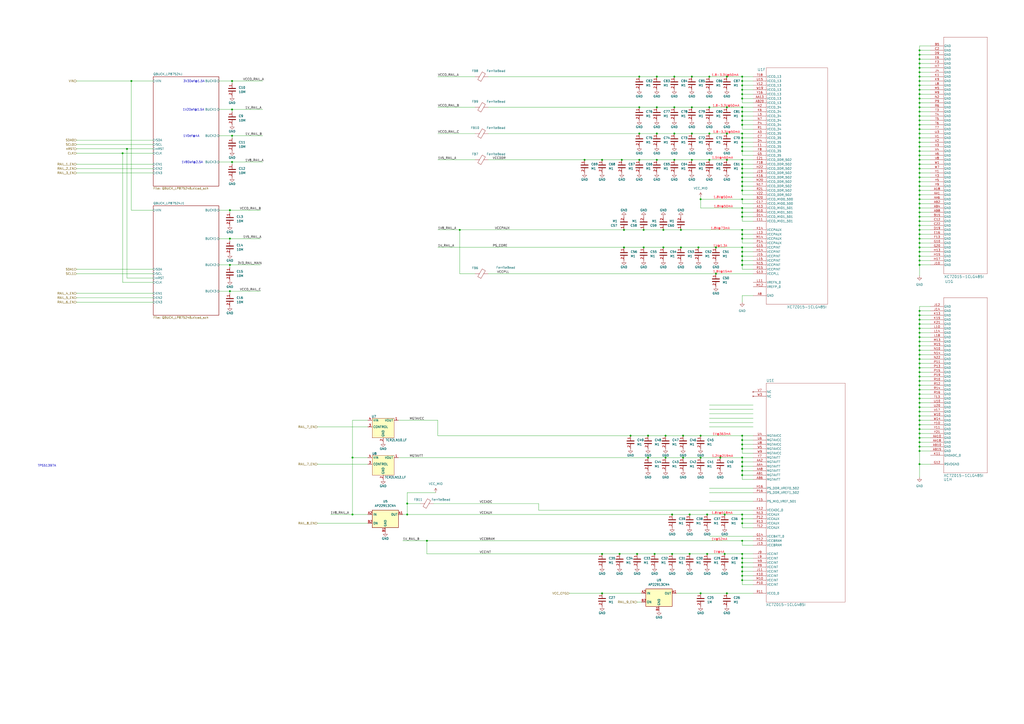
<source format=kicad_sch>
(kicad_sch (version 20250114) (generator "eeschema") (generator_version "9.0")
  (paper "A2")
  (text "1.8V@518mA" (at 418.846 297.688 0) (effects (font (size 1.27 1.27))))
  (text "1.8-3.3V@50mA" (at 420.624 43.688 0) (effects (font (size 1.27 1.27))))
  (text "1.8V@15mA" (at 419.1 157.734 0) (effects (font (size 1.27 1.27))))
  (text "1V8Def@2.5A" (at 111.506 94.234 0) (effects (font (size 1.27 1.27))))
  (text "1.8-3.3V@50mA" (at 421.132 61.468 0) (effects (font (size 1.27 1.27))))
  (text "1V@363mA" (at 418.592 251.968 0) (effects (font (size 1.27 1.27))))
  (text "1V@52mA" (at 417.322 312.928 0) (effects (font (size 1.27 1.27))))
  (text "1.2V@219mA" (at 419.1 264.668 0) (effects (font (size 1.27 1.27))))
  (text "1VDef@4A" (at 110.998 78.994 0) (effects (font (size 1.27 1.27))))
  (text "1V@4A" (at 417.068 320.294 0) (effects (font (size 1.27 1.27))))
  (text "1.8V@50mA" (at 419.354 114.554 0) (effects (font (size 1.27 1.27))))
  (text "1.8V@50mA" (at 419.608 119.888 0) (effects (font (size 1.27 1.27))))
  (text "TPS51397A " (at 27.686 270.256 0) (effects (font (size 1.27 1.27))))
  (text "1.8-3.3V@50mA" (at 421.386 76.708 0) (effects (font (size 1.27 1.27))))
  (text "1.8V@73mA" (at 417.83 132.588 0) (effects (font (size 1.27 1.27))))
  (text "1.5V@460mA" (at 419.1 91.694 0) (effects (font (size 1.27 1.27))))
  (text "3V3Def@1.5A" (at 112.522 47.244 0) (effects (font (size 1.27 1.27))))
  (text "1V2Def@1.5A" (at 112.268 63.754 0) (effects (font (size 1.27 1.27))))
  (text "1V@1.3A" (at 417.83 142.748 0) (effects (font (size 1.27 1.27))))
  (junction (at 430.53 49.53))
  (junction (at 533.4 246.38))
  (junction (at 133.35 153.67))
  (junction (at 533.4 187.96))
  (junction (at 430.53 107.95))
  (junction (at 533.4 143.51))
  (junction (at 430.53 46.99))
  (junction (at 533.4 95.25))
  (junction (at 421.64 62.23))
  (junction (at 533.4 62.23))
  (junction (at 406.4 344.17))
  (junction (at 430.53 102.87))
  (junction (at 533.4 90.17))
  (junction (at 533.4 233.68))
  (junction (at 411.48 62.23))
  (junction (at 401.32 92.71))
  (junction (at 370.84 62.23))
  (junction (at 384.81 133.35))
  (junction (at 430.53 120.65))
  (junction (at 430.53 54.61))
  (junction (at 410.21 298.45))
  (junction (at 533.4 67.31))
  (junction (at 533.4 72.39))
  (junction (at 204.47 265.43))
  (junction (at 359.41 321.31))
  (junction (at 533.4 87.63))
  (junction (at 370.84 44.45))
  (junction (at 430.53 72.39))
  (junction (at 533.4 256.54))
  (junction (at 533.4 151.13))
  (junction (at 533.4 113.03))
  (junction (at 533.4 133.35))
  (junction (at 430.53 77.47))
  (junction (at 386.08 265.43))
  (junction (at 415.29 143.51))
  (junction (at 533.4 34.29))
  (junction (at 411.48 92.71))
  (junction (at 430.53 125.73))
  (junction (at 430.53 326.39))
  (junction (at 533.4 269.24))
  (junction (at 349.25 321.31))
  (junction (at 430.53 323.85))
  (junction (at 533.4 220.98))
  (junction (at 361.95 133.35))
  (junction (at 396.24 252.73))
  (junction (at 533.4 218.44))
  (junction (at 430.53 123.19))
  (junction (at 386.08 252.73))
  (junction (at 396.24 265.43))
  (junction (at 430.53 143.51))
  (junction (at 533.4 29.21))
  (junction (at 533.4 115.57))
  (junction (at 533.4 41.91))
  (junction (at 360.68 92.71))
  (junction (at 430.53 44.45))
  (junction (at 533.4 135.89))
  (junction (at 533.4 59.69))
  (junction (at 430.53 257.81))
  (junction (at 420.37 321.31))
  (junction (at 533.4 182.88))
  (junction (at 430.53 87.63))
  (junction (at 533.4 69.85))
  (junction (at 430.53 85.09))
  (junction (at 365.76 252.73))
  (junction (at 349.25 92.71))
  (junction (at 533.4 123.19))
  (junction (at 430.53 67.31))
  (junction (at 400.05 321.31))
  (junction (at 134.62 93.98))
  (junction (at 533.4 54.61))
  (junction (at 533.4 97.79))
  (junction (at 533.4 107.95))
  (junction (at 533.4 82.55))
  (junction (at 373.38 143.51))
  (junction (at 247.65 313.69))
  (junction (at 533.4 228.6))
  (junction (at 533.4 44.45))
  (junction (at 370.84 92.71))
  (junction (at 391.16 62.23))
  (junction (at 430.53 334.01))
  (junction (at 370.84 77.47))
  (junction (at 533.4 241.3))
  (junction (at 133.35 121.92))
  (junction (at 430.53 105.41))
  (junction (at 430.53 97.79))
  (junction (at 384.81 143.51))
  (junction (at 400.05 298.45))
  (junction (at 406.4 265.43))
  (junction (at 430.53 52.07))
  (junction (at 430.53 336.55))
  (junction (at 533.4 226.06))
  (junction (at 430.53 69.85))
  (junction (at 533.4 261.62))
  (junction (at 533.4 102.87))
  (junction (at 533.4 105.41))
  (junction (at 533.4 203.2))
  (junction (at 533.4 77.47))
  (junction (at 236.22 298.45))
  (junction (at 430.53 115.57))
  (junction (at 533.4 140.97))
  (junction (at 430.53 133.35))
  (junction (at 533.4 148.59))
  (junction (at 430.53 275.59))
  (junction (at 401.32 44.45))
  (junction (at 533.4 74.93))
  (junction (at 204.47 298.45))
  (junction (at 389.89 298.45))
  (junction (at 533.4 39.37))
  (junction (at 430.53 313.69))
  (junction (at 533.4 248.92))
  (junction (at 421.64 344.17))
  (junction (at 391.16 77.47))
  (junction (at 430.53 151.13))
  (junction (at 391.16 92.71))
  (junction (at 533.4 231.14))
  (junction (at 533.4 130.81))
  (junction (at 430.53 82.55))
  (junction (at 430.53 298.45))
  (junction (at 533.4 180.34))
  (junction (at 375.92 265.43))
  (junction (at 266.7 133.35))
  (junction (at 421.64 77.47))
  (junction (at 533.4 92.71))
  (junction (at 391.16 44.45))
  (junction (at 533.4 185.42))
  (junction (at 406.4 252.73))
  (junction (at 133.35 168.91))
  (junction (at 71.12 88.9))
  (junction (at 349.25 344.17))
  (junction (at 430.53 153.67))
  (junction (at 533.4 146.05))
  (junction (at 533.4 215.9))
  (junction (at 533.4 238.76))
  (junction (at 533.4 52.07))
  (junction (at 134.62 46.99))
  (junction (at 430.53 273.05))
  (junction (at 533.4 195.58))
  (junction (at 415.29 158.75))
  (junction (at 373.38 133.35))
  (junction (at 430.53 328.93))
  (junction (at 389.89 321.31))
  (junction (at 533.4 128.27))
  (junction (at 133.35 138.43))
  (junction (at 430.53 95.25))
  (junction (at 417.83 265.43))
  (junction (at 430.53 80.01))
  (junction (at 411.48 77.47))
  (junction (at 533.4 85.09))
  (junction (at 533.4 243.84))
  (junction (at 533.4 100.33))
  (junction (at 430.53 138.43))
  (junction (at 430.53 92.71))
  (junction (at 410.21 321.31))
  (junction (at 369.57 321.31))
  (junction (at 375.92 252.73))
  (junction (at 533.4 80.01))
  (junction (at 420.37 298.45))
  (junction (at 533.4 198.12))
  (junction (at 533.4 193.04))
  (junction (at 533.4 236.22))
  (junction (at 430.53 135.89))
  (junction (at 430.53 300.99))
  (junction (at 533.4 205.74))
  (junction (at 394.97 143.51))
  (junction (at 430.53 255.27))
  (junction (at 421.64 92.71))
  (junction (at 73.66 86.36))
  (junction (at 533.4 46.99))
  (junction (at 381 44.45))
  (junction (at 533.4 259.08))
  (junction (at 430.53 252.73))
  (junction (at 430.53 100.33))
  (junction (at 533.4 57.15))
  (junction (at 430.53 62.23))
  (junction (at 430.53 110.49))
  (junction (at 533.4 213.36))
  (junction (at 430.53 270.51))
  (junction (at 533.4 254))
  (junction (at 533.4 36.83))
  (junction (at 381 77.47))
  (junction (at 533.4 190.5))
  (junction (at 533.4 251.46))
  (junction (at 533.4 110.49))
  (junction (at 533.4 223.52))
  (junction (at 339.09 92.71))
  (junction (at 406.4 115.57))
  (junction (at 533.4 210.82))
  (junction (at 533.4 138.43))
  (junction (at 533.4 49.53))
  (junction (at 381 92.71))
  (junction (at 381 62.23))
  (junction (at 533.4 120.65))
  (junction (at 361.95 143.51))
  (junction (at 421.64 44.45))
  (junction (at 411.48 44.45))
  (junction (at 533.4 31.75))
  (junction (at 430.53 321.31))
  (junction (at 134.62 78.74))
  (junction (at 533.4 125.73))
  (junction (at 533.4 153.67))
  (junction (at 401.32 62.23))
  (junction (at 533.4 200.66))
  (junction (at 430.53 64.77))
  (junction (at 379.73 321.31))
  (junction (at 533.4 64.77))
  (junction (at 430.53 146.05))
  (junction (at 134.62 63.5))
  (junction (at 401.32 77.47))
  (junction (at 430.53 148.59))
  (junction (at 430.53 57.15))
  (junction (at 533.4 118.11))
  (junction (at 430.53 303.53))
  (junction (at 430.53 260.35))
  (junction (at 405.13 143.51))
  (junction (at 430.53 265.43))
  (junction (at 236.22 292.1))
  (junction (at 430.53 267.97))
  (junction (at 430.53 331.47))
  (junction (at 76.2 46.99))
  (junction (at 533.4 208.28))
  (junction (at 394.97 133.35))
  (wire (pts (xy 233.68 313.69) (xy 247.65 313.69)))
  (wire (pts (xy 411.48 77.47) (xy 421.64 77.47)))
  (wire (pts (xy 430.53 151.13) (xy 430.53 148.59)))
  (wire (pts (xy 430.53 85.09) (xy 430.53 82.55)))
  (wire (pts (xy 430.53 300.99) (xy 430.53 298.45)))
  (wire (pts (xy 275.59 158.75) (xy 266.7 158.75)))
  (wire (pts (xy 533.4 153.67) (xy 533.4 151.13)))
  (wire (pts (xy 436.88 128.27) (xy 430.53 128.27)))
  (wire (pts (xy 430.53 64.77) (xy 430.53 62.23)))
  (wire (pts (xy 254 243.84) (xy 231.14 243.84)))
  (wire (pts (xy 73.66 161.29) (xy 73.66 86.36)))
  (wire (pts (xy 430.53 97.79) (xy 436.88 97.79)))
  (wire (pts (xy 533.4 215.9) (xy 533.4 213.36)))
  (wire (pts (xy 361.95 133.35) (xy 373.38 133.35)))
  (wire (pts (xy 533.4 110.49) (xy 539.75 110.49)))
  (wire (pts (xy 421.64 44.45) (xy 430.53 44.45)))
  (wire (pts (xy 430.53 171.45) (xy 430.53 175.26)))
  (wire (pts (xy 533.4 213.36) (xy 539.75 213.36)))
  (wire (pts (xy 73.66 86.36) (xy 88.9 86.36)))
  (wire (pts (xy 533.4 39.37) (xy 539.75 39.37)))
  (wire (pts (xy 236.22 298.45) (xy 389.89 298.45)))
  (wire (pts (xy 411.48 237.49) (xy 436.88 237.49)))
  (wire (pts (xy 533.4 123.19) (xy 533.4 120.65)))
  (wire (pts (xy 401.32 62.23) (xy 411.48 62.23)))
  (wire (pts (xy 361.95 143.51) (xy 373.38 143.51)))
  (wire (pts (xy 533.4 182.88) (xy 533.4 180.34)))
  (wire (pts (xy 533.4 218.44) (xy 539.75 218.44)))
  (wire (pts (xy 127 63.5) (xy 134.62 63.5)))
  (wire (pts (xy 127 46.99) (xy 134.62 46.99)))
  (wire (pts (xy 133.35 121.92) (xy 133.35 123.19)))
  (wire (pts (xy 266.7 158.75) (xy 266.7 133.35)))
  (wire (pts (xy 236.22 292.1) (xy 236.22 298.45)))
  (wire (pts (xy 533.4 246.38) (xy 539.75 246.38)))
  (wire (pts (xy 127 93.98) (xy 134.62 93.98)))
  (wire (pts (xy 533.4 80.01) (xy 533.4 77.47)))
  (wire (pts (xy 436.88 316.23) (xy 430.53 316.23)))
  (wire (pts (xy 533.4 146.05) (xy 539.75 146.05)))
  (wire (pts (xy 430.53 275.59) (xy 430.53 273.05)))
  (wire (pts (xy 533.4 133.35) (xy 533.4 130.81)))
  (wire (pts (xy 533.4 238.76) (xy 533.4 236.22)))
  (wire (pts (xy 411.48 285.75) (xy 436.88 285.75)))
  (wire (pts (xy 533.4 153.67) (xy 533.4 160.02)))
  (wire (pts (xy 533.4 29.21) (xy 539.75 29.21)))
  (wire (pts (xy 430.53 153.67) (xy 436.88 153.67)))
  (wire (pts (xy 533.4 46.99) (xy 533.4 44.45)))
  (wire (pts (xy 533.4 256.54) (xy 533.4 254)))
  (wire (pts (xy 533.4 205.74) (xy 539.75 205.74)))
  (wire (pts (xy 533.4 74.93) (xy 539.75 74.93)))
  (wire (pts (xy 533.4 138.43) (xy 533.4 135.89)))
  (wire (pts (xy 533.4 195.58) (xy 533.4 193.04)))
  (wire (pts (xy 430.53 316.23) (xy 430.53 313.69)))
  (wire (pts (xy 430.53 80.01) (xy 430.53 77.47)))
  (wire (pts (xy 533.4 113.03) (xy 533.4 110.49)))
  (wire (pts (xy 349.25 92.71) (xy 360.68 92.71)))
  (wire (pts (xy 533.4 254) (xy 539.75 254)))
  (wire (pts (xy 430.53 303.53) (xy 430.53 300.99)))
  (wire (pts (xy 430.53 100.33) (xy 436.88 100.33)))
  (wire (pts (xy 430.53 339.09) (xy 430.53 336.55)))
  (wire (pts (xy 533.4 102.87) (xy 533.4 100.33)))
  (wire (pts (xy 533.4 69.85) (xy 533.4 67.31)))
  (wire (pts (xy 430.53 110.49) (xy 436.88 110.49)))
  (wire (pts (xy 134.62 93.98) (xy 134.62 95.25)))
  (wire (pts (xy 360.68 92.71) (xy 370.84 92.71)))
  (wire (pts (xy 533.4 143.51) (xy 533.4 140.97)))
  (wire (pts (xy 401.32 44.45) (xy 411.48 44.45)))
  (wire (pts (xy 430.53 102.87) (xy 436.88 102.87)))
  (wire (pts (xy 533.4 105.41) (xy 533.4 102.87)))
  (wire (pts (xy 533.4 228.6) (xy 539.75 228.6)))
  (wire (pts (xy 430.53 115.57) (xy 436.88 115.57)))
  (wire (pts (xy 533.4 64.77) (xy 539.75 64.77)))
  (wire (pts (xy 533.4 67.31) (xy 533.4 64.77)))
  (wire (pts (xy 430.53 80.01) (xy 436.88 80.01)))
  (wire (pts (xy 394.97 143.51) (xy 405.13 143.51)))
  (wire (pts (xy 436.88 140.97) (xy 430.53 140.97)))
  (wire (pts (xy 533.4 120.65) (xy 539.75 120.65)))
  (wire (pts (xy 436.88 118.11) (xy 430.53 118.11)))
  (wire (pts (xy 430.53 123.19) (xy 436.88 123.19)))
  (wire (pts (xy 254 44.45) (xy 275.59 44.45)))
  (wire (pts (xy 396.24 252.73) (xy 406.4 252.73)))
  (wire (pts (xy 134.62 63.5) (xy 134.62 64.77)))
  (wire (pts (xy 430.53 267.97) (xy 430.53 265.43)))
  (wire (pts (xy 88.9 121.92) (xy 76.2 121.92)))
  (wire (pts (xy 533.4 146.05) (xy 533.4 143.51)))
  (wire (pts (xy 533.4 198.12) (xy 539.75 198.12)))
  (wire (pts (xy 44.45 170.18) (xy 88.9 170.18)))
  (wire (pts (xy 411.48 62.23) (xy 421.64 62.23)))
  (wire (pts (xy 430.53 260.35) (xy 430.53 257.81)))
  (wire (pts (xy 133.35 138.43) (xy 133.35 139.7)))
  (wire (pts (xy 533.4 85.09) (xy 539.75 85.09)))
  (wire (pts (xy 247.65 321.31) (xy 247.65 313.69)))
  (wire (pts (xy 533.4 59.69) (xy 539.75 59.69)))
  (wire (pts (xy 533.4 62.23) (xy 539.75 62.23)))
  (wire (pts (xy 381 77.47) (xy 391.16 77.47)))
  (wire (pts (xy 430.53 72.39) (xy 436.88 72.39)))
  (wire (pts (xy 533.4 269.24) (xy 539.75 269.24)))
  (wire (pts (xy 44.45 175.26) (xy 88.9 175.26)))
  (wire (pts (xy 369.57 321.31) (xy 379.73 321.31)))
  (wire (pts (xy 533.4 128.27) (xy 533.4 125.73)))
  (wire (pts (xy 430.53 74.93) (xy 430.53 72.39)))
  (wire (pts (xy 533.4 251.46) (xy 533.4 248.92)))
  (wire (pts (xy 430.53 57.15) (xy 430.53 54.61)))
  (wire (pts (xy 430.53 82.55) (xy 436.88 82.55)))
  (wire (pts (xy 430.53 105.41) (xy 430.53 102.87)))
  (wire (pts (xy 411.48 92.71) (xy 421.64 92.71)))
  (wire (pts (xy 401.32 77.47) (xy 411.48 77.47)))
  (wire (pts (xy 533.4 107.95) (xy 539.75 107.95)))
  (wire (pts (xy 370.84 92.71) (xy 381 92.71)))
  (wire (pts (xy 430.53 110.49) (xy 430.53 107.95)))
  (wire (pts (xy 430.53 146.05) (xy 430.53 143.51)))
  (wire (pts (xy 430.53 87.63) (xy 436.88 87.63)))
  (wire (pts (xy 134.62 63.5) (xy 152.4 63.5)))
  (wire (pts (xy 430.53 54.61) (xy 430.53 52.07)))
  (wire (pts (xy 533.4 49.53) (xy 539.75 49.53)))
  (wire (pts (xy 430.53 323.85) (xy 430.53 321.31)))
  (wire (pts (xy 533.4 236.22) (xy 539.75 236.22)))
  (wire (pts (xy 533.4 46.99) (xy 539.75 46.99)))
  (wire (pts (xy 533.4 220.98) (xy 533.4 218.44)))
  (wire (pts (xy 430.53 323.85) (xy 436.88 323.85)))
  (wire (pts (xy 533.4 203.2) (xy 539.75 203.2)))
  (wire (pts (xy 430.53 52.07) (xy 430.53 49.53)))
  (wire (pts (xy 533.4 200.66) (xy 539.75 200.66)))
  (wire (pts (xy 533.4 107.95) (xy 533.4 105.41)))
  (wire (pts (xy 533.4 261.62) (xy 539.75 261.62)))
  (wire (pts (xy 430.53 313.69) (xy 436.88 313.69)))
  (wire (pts (xy 533.4 231.14) (xy 539.75 231.14)))
  (wire (pts (xy 430.53 67.31) (xy 436.88 67.31)))
  (wire (pts (xy 436.88 278.13) (xy 430.53 278.13)))
  (wire (pts (xy 533.4 228.6) (xy 533.4 226.06)))
  (wire (pts (xy 370.84 62.23) (xy 381 62.23)))
  (wire (pts (xy 533.4 49.53) (xy 533.4 46.99)))
  (wire (pts (xy 430.53 95.25) (xy 430.53 92.71)))
  (wire (pts (xy 533.4 261.62) (xy 533.4 269.24)))
  (wire (pts (xy 533.4 193.04) (xy 533.4 190.5)))
  (wire (pts (xy 430.53 62.23) (xy 436.88 62.23)))
  (wire (pts (xy 533.4 135.89) (xy 533.4 133.35)))
  (wire (pts (xy 533.4 34.29) (xy 533.4 31.75)))
  (wire (pts (xy 533.4 140.97) (xy 539.75 140.97)))
  (wire (pts (xy 384.81 143.51) (xy 394.97 143.51)))
  (wire (pts (xy 233.68 298.45) (xy 236.22 298.45)))
  (wire (pts (xy 430.53 107.95) (xy 430.53 105.41)))
  (wire (pts (xy 533.4 233.68) (xy 539.75 233.68)))
  (wire (pts (xy 76.2 46.99) (xy 88.9 46.99)))
  (wire (pts (xy 430.53 77.47) (xy 436.88 77.47)))
  (wire (pts (xy 533.4 203.2) (xy 533.4 200.66)))
  (wire (pts (xy 411.48 247.65) (xy 436.88 247.65)))
  (wire (pts (xy 406.4 344.17) (xy 421.64 344.17)))
  (wire (pts (xy 533.4 231.14) (xy 533.4 228.6)))
  (wire (pts (xy 373.38 133.35) (xy 384.81 133.35)))
  (wire (pts (xy 420.37 321.31) (xy 430.53 321.31)))
  (wire (pts (xy 430.53 46.99) (xy 436.88 46.99)))
  (wire (pts (xy 533.4 180.34) (xy 539.75 180.34)))
  (wire (pts (xy 133.35 153.67) (xy 151.13 153.67)))
  (wire (pts (xy 533.4 82.55) (xy 533.4 80.01)))
  (wire (pts (xy 430.53 100.33) (xy 430.53 97.79)))
  (wire (pts (xy 533.4 74.93) (xy 533.4 72.39)))
  (wire (pts (xy 400.05 298.45) (xy 410.21 298.45)))
  (wire (pts (xy 533.4 115.57) (xy 539.75 115.57)))
  (wire (pts (xy 533.4 125.73) (xy 533.4 123.19)))
  (wire (pts (xy 401.32 92.71) (xy 411.48 92.71)))
  (wire (pts (xy 430.53 267.97) (xy 436.88 267.97)))
  (wire (pts (xy 533.4 41.91) (xy 539.75 41.91)))
  (wire (pts (xy 533.4 177.8) (xy 539.75 177.8)))
  (wire (pts (xy 421.64 344.17) (xy 436.88 344.17)))
  (wire (pts (xy 436.88 171.45) (xy 430.53 171.45)))
  (wire (pts (xy 533.4 100.33) (xy 539.75 100.33)))
  (wire (pts (xy 127 78.74) (xy 134.62 78.74)))
  (wire (pts (xy 133.35 153.67) (xy 133.35 154.94)))
  (wire (pts (xy 76.2 121.92) (xy 76.2 46.99)))
  (wire (pts (xy 533.4 213.36) (xy 533.4 210.82)))
  (wire (pts (xy 134.62 46.99) (xy 152.4 46.99)))
  (wire (pts (xy 71.12 163.83) (xy 71.12 88.9)))
  (wire (pts (xy 430.53 334.01) (xy 436.88 334.01)))
  (wire (pts (xy 533.4 218.44) (xy 533.4 215.9)))
  (wire (pts (xy 533.4 200.66) (xy 533.4 198.12)))
  (wire (pts (xy 430.53 52.07) (xy 436.88 52.07)))
  (wire (pts (xy 533.4 26.67) (xy 539.75 26.67)))
  (wire (pts (xy 430.53 105.41) (xy 436.88 105.41)))
  (wire (pts (xy 283.21 62.23) (xy 370.84 62.23)))
  (wire (pts (xy 533.4 151.13) (xy 539.75 151.13)))
  (wire (pts (xy 44.45 81.28) (xy 88.9 81.28)))
  (wire (pts (xy 254 92.71) (xy 275.59 92.71)))
  (wire (pts (xy 370.84 44.45) (xy 381 44.45)))
  (wire (pts (xy 421.64 92.71) (xy 430.53 92.71)))
  (wire (pts (xy 411.48 240.03) (xy 436.88 240.03)))
  (wire (pts (xy 44.45 100.33) (xy 88.9 100.33)))
  (wire (pts (xy 430.53 135.89) (xy 436.88 135.89)))
  (wire (pts (xy 243.84 292.1) (xy 236.22 292.1)))
  (wire (pts (xy 406.4 115.57) (xy 430.53 115.57)))
  (wire (pts (xy 533.4 195.58) (xy 539.75 195.58)))
  (wire (pts (xy 533.4 59.69) (xy 533.4 57.15)))
  (wire (pts (xy 533.4 85.09) (xy 533.4 82.55)))
  (wire (pts (xy 533.4 269.24) (xy 533.4 276.86)))
  (wire (pts (xy 411.48 245.11) (xy 436.88 245.11)))
  (wire (pts (xy 533.4 57.15) (xy 533.4 54.61)))
  (wire (pts (xy 430.53 64.77) (xy 436.88 64.77)))
  (wire (pts (xy 430.53 321.31) (xy 436.88 321.31)))
  (wire (pts (xy 533.4 110.49) (xy 533.4 107.95)))
  (wire (pts (xy 430.53 255.27) (xy 430.53 252.73)))
  (wire (pts (xy 533.4 29.21) (xy 533.4 26.67)))
  (wire (pts (xy 533.4 259.08) (xy 533.4 256.54)))
  (wire (pts (xy 533.4 241.3) (xy 533.4 238.76)))
  (wire (pts (xy 406.4 120.65) (xy 430.53 120.65)))
  (wire (pts (xy 436.88 339.09) (xy 430.53 339.09)))
  (wire (pts (xy 533.4 185.42) (xy 539.75 185.42)))
  (wire (pts (xy 533.4 198.12) (xy 533.4 195.58)))
  (wire (pts (xy 430.53 148.59) (xy 430.53 146.05)))
  (wire (pts (xy 533.4 77.47) (xy 539.75 77.47)))
  (wire (pts (xy 533.4 187.96) (xy 539.75 187.96)))
  (wire (pts (xy 379.73 321.31) (xy 389.89 321.31)))
  (wire (pts (xy 533.4 248.92) (xy 539.75 248.92)))
  (wire (pts (xy 375.92 265.43) (xy 386.08 265.43)))
  (wire (pts (xy 420.37 298.45) (xy 430.53 298.45)))
  (wire (pts (xy 133.35 138.43) (xy 151.13 138.43)))
  (wire (pts (xy 133.35 168.91) (xy 151.13 168.91)))
  (wire (pts (xy 411.48 290.83) (xy 436.88 290.83)))
  (wire (pts (xy 533.4 113.03) (xy 539.75 113.03)))
  (wire (pts (xy 389.89 321.31) (xy 400.05 321.31)))
  (wire (pts (xy 391.16 92.71) (xy 401.32 92.71)))
  (wire (pts (xy 430.53 90.17) (xy 436.88 90.17)))
  (wire (pts (xy 430.53 120.65) (xy 436.88 120.65)))
  (wire (pts (xy 533.4 190.5) (xy 533.4 187.96)))
  (wire (pts (xy 71.12 88.9) (xy 88.9 88.9)))
  (wire (pts (xy 204.47 265.43) (xy 213.36 265.43)))
  (wire (pts (xy 430.53 336.55) (xy 436.88 336.55)))
  (wire (pts (xy 421.64 77.47) (xy 430.53 77.47)))
  (wire (pts (xy 369.57 349.25) (xy 372.11 349.25)))
  (wire (pts (xy 134.62 46.99) (xy 134.62 48.26)))
  (wire (pts (xy 430.53 90.17) (xy 430.53 87.63)))
  (wire (pts (xy 359.41 321.31) (xy 369.57 321.31)))
  (wire (pts (xy 533.4 208.28) (xy 539.75 208.28)))
  (wire (pts (xy 88.9 163.83) (xy 71.12 163.83)))
  (wire (pts (xy 533.4 31.75) (xy 533.4 29.21)))
  (wire (pts (xy 415.29 158.75) (xy 436.88 158.75)))
  (wire (pts (xy 127 138.43) (xy 133.35 138.43)))
  (wire (pts (xy 533.4 238.76) (xy 539.75 238.76)))
  (wire (pts (xy 533.4 223.52) (xy 533.4 220.98)))
  (wire (pts (xy 247.65 313.69) (xy 430.53 313.69)))
  (wire (pts (xy 88.9 161.29) (xy 73.66 161.29)))
  (wire (pts (xy 430.53 148.59) (xy 436.88 148.59)))
  (wire (pts (xy 389.89 298.45) (xy 400.05 298.45)))
  (wire (pts (xy 44.45 46.99) (xy 76.2 46.99)))
  (wire (pts (xy 533.4 205.74) (xy 533.4 203.2)))
  (wire (pts (xy 430.53 260.35) (xy 436.88 260.35)))
  (wire (pts (xy 533.4 72.39) (xy 533.4 69.85)))
  (wire (pts (xy 533.4 190.5) (xy 539.75 190.5)))
  (wire (pts (xy 430.53 82.55) (xy 430.53 80.01)))
  (wire (pts (xy 430.53 72.39) (xy 430.53 69.85)))
  (wire (pts (xy 127 168.91) (xy 133.35 168.91)))
  (wire (pts (xy 430.53 275.59) (xy 436.88 275.59)))
  (wire (pts (xy 430.53 125.73) (xy 430.53 123.19)))
  (wire (pts (xy 417.83 265.43) (xy 430.53 265.43)))
  (wire (pts (xy 533.4 243.84) (xy 539.75 243.84)))
  (wire (pts (xy 430.53 262.89) (xy 436.88 262.89)))
  (wire (pts (xy 381 92.71) (xy 391.16 92.71)))
  (wire (pts (xy 533.4 90.17) (xy 533.4 87.63)))
  (wire (pts (xy 533.4 44.45) (xy 533.4 41.91)))
  (wire (pts (xy 533.4 233.68) (xy 533.4 231.14)))
  (wire (pts (xy 533.4 210.82) (xy 533.4 208.28)))
  (wire (pts (xy 430.53 303.53) (xy 436.88 303.53)))
  (wire (pts (xy 375.92 252.73) (xy 386.08 252.73)))
  (wire (pts (xy 349.25 344.17) (xy 372.11 344.17)))
  (wire (pts (xy 44.45 86.36) (xy 73.66 86.36)))
  (wire (pts (xy 533.4 135.89) (xy 539.75 135.89)))
  (wire (pts (xy 406.4 252.73) (xy 430.53 252.73)))
  (wire (pts (xy 533.4 118.11) (xy 539.75 118.11)))
  (wire (pts (xy 533.4 180.34) (xy 533.4 177.8)))
  (wire (pts (xy 430.53 69.85) (xy 436.88 69.85)))
  (wire (pts (xy 44.45 97.79) (xy 88.9 97.79)))
  (wire (pts (xy 533.4 97.79) (xy 533.4 95.25)))
  (wire (pts (xy 430.53 113.03) (xy 430.53 110.49)))
  (wire (pts (xy 430.53 273.05) (xy 436.88 273.05)))
  (wire (pts (xy 430.53 153.67) (xy 430.53 151.13)))
  (wire (pts (xy 134.62 93.98) (xy 152.4 93.98)))
  (wire (pts (xy 533.4 97.79) (xy 539.75 97.79)))
  (wire (pts (xy 254 62.23) (xy 275.59 62.23)))
  (wire (pts (xy 430.53 255.27) (xy 436.88 255.27)))
  (wire (pts (xy 236.22 285.75) (xy 252.73 285.75)))
  (wire (pts (xy 533.4 90.17) (xy 539.75 90.17)))
  (wire (pts (xy 533.4 39.37) (xy 533.4 36.83)))
  (wire (pts (xy 533.4 72.39) (xy 539.75 72.39)))
  (wire (pts (xy 533.4 54.61) (xy 533.4 52.07)))
  (wire (pts (xy 430.53 331.47) (xy 436.88 331.47)))
  (wire (pts (xy 127 153.67) (xy 133.35 153.67)))
  (wire (pts (xy 410.21 298.45) (xy 420.37 298.45)))
  (wire (pts (xy 430.53 334.01) (xy 430.53 331.47)))
  (wire (pts (xy 391.16 62.23) (xy 401.32 62.23)))
  (wire (pts (xy 386.08 265.43) (xy 396.24 265.43)))
  (wire (pts (xy 533.4 130.81) (xy 533.4 128.27)))
  (wire (pts (xy 430.53 102.87) (xy 430.53 100.33)))
  (wire (pts (xy 430.53 138.43) (xy 430.53 135.89)))
  (wire (pts (xy 430.53 57.15) (xy 436.88 57.15)))
  (wire (pts (xy 410.21 321.31) (xy 420.37 321.31)))
  (wire (pts (xy 430.53 273.05) (xy 430.53 270.51)))
  (wire (pts (xy 430.53 54.61) (xy 436.88 54.61)))
  (wire (pts (xy 533.4 31.75) (xy 539.75 31.75)))
  (wire (pts (xy 394.97 133.35) (xy 430.53 133.35)))
  (wire (pts (xy 533.4 243.84) (xy 533.4 241.3)))
  (wire (pts (xy 44.45 158.75) (xy 88.9 158.75)))
  (wire (pts (xy 400.05 321.31) (xy 410.21 321.31)))
  (wire (pts (xy 430.53 331.47) (xy 430.53 328.93)))
  (wire (pts (xy 533.4 67.31) (xy 539.75 67.31)))
  (wire (pts (xy 430.53 143.51) (xy 436.88 143.51)))
  (wire (pts (xy 381 62.23) (xy 391.16 62.23)))
  (wire (pts (xy 533.4 36.83) (xy 533.4 34.29)))
  (wire (pts (xy 391.16 77.47) (xy 401.32 77.47)))
  (wire (pts (xy 430.53 128.27) (xy 430.53 125.73)))
  (wire (pts (xy 430.53 306.07) (xy 430.53 303.53)))
  (wire (pts (xy 533.4 64.77) (xy 533.4 62.23)))
  (wire (pts (xy 44.45 83.82) (xy 88.9 83.82)))
  (wire (pts (xy 533.4 226.06) (xy 533.4 223.52)))
  (wire (pts (xy 411.48 311.15) (xy 436.88 311.15)))
  (wire (pts (xy 533.4 44.45) (xy 539.75 44.45)))
  (wire (pts (xy 533.4 100.33) (xy 533.4 97.79)))
  (wire (pts (xy 533.4 105.41) (xy 539.75 105.41)))
  (wire (pts (xy 411.48 242.57) (xy 436.88 242.57)))
  (wire (pts (xy 533.4 140.97) (xy 533.4 138.43)))
  (wire (pts (xy 406.4 115.57) (xy 406.4 114.3)))
  (wire (pts (xy 312.42 295.91) (xy 312.42 292.1)))
  (wire (pts (xy 430.53 326.39) (xy 436.88 326.39)))
  (wire (pts (xy 430.53 123.19) (xy 430.53 120.65)))
  (wire (pts (xy 533.4 220.98) (xy 539.75 220.98)))
  (wire (pts (xy 533.4 87.63) (xy 539.75 87.63)))
  (wire (pts (xy 430.53 151.13) (xy 436.88 151.13)))
  (wire (pts (xy 384.81 133.35) (xy 394.97 133.35)))
  (wire (pts (xy 430.53 74.93) (xy 436.88 74.93)))
  (wire (pts (xy 204.47 298.45) (xy 213.36 298.45)))
  (wire (pts (xy 533.4 52.07) (xy 533.4 49.53)))
  (wire (pts (xy 430.53 69.85) (xy 430.53 67.31)))
  (wire (pts (xy 533.4 36.83) (xy 539.75 36.83)))
  (wire (pts (xy 430.53 262.89) (xy 430.53 260.35)))
  (wire (pts (xy 411.48 44.45) (xy 421.64 44.45)))
  (wire (pts (xy 191.77 298.45) (xy 204.47 298.45)))
  (wire (pts (xy 386.08 252.73) (xy 396.24 252.73)))
  (wire (pts (xy 339.09 92.71) (xy 349.25 92.71)))
  (wire (pts (xy 533.4 120.65) (xy 533.4 118.11)))
  (wire (pts (xy 392.43 344.17) (xy 406.4 344.17)))
  (wire (pts (xy 430.53 252.73) (xy 436.88 252.73)))
  (wire (pts (xy 430.53 328.93) (xy 436.88 328.93)))
  (wire (pts (xy 430.53 46.99) (xy 430.53 44.45)))
  (wire (pts (xy 430.53 336.55) (xy 430.53 334.01)))
  (wire (pts (xy 44.45 95.25) (xy 88.9 95.25)))
  (wire (pts (xy 204.47 243.84) (xy 204.47 265.43)))
  (wire (pts (xy 430.53 328.93) (xy 430.53 326.39)))
  (wire (pts (xy 533.4 41.91) (xy 533.4 39.37)))
  (wire (pts (xy 533.4 115.57) (xy 533.4 113.03)))
  (wire (pts (xy 533.4 87.63) (xy 533.4 85.09)))
  (wire (pts (xy 533.4 62.23) (xy 533.4 59.69)))
  (wire (pts (xy 406.4 120.65) (xy 406.4 115.57)))
  (wire (pts (xy 533.4 82.55) (xy 539.75 82.55)))
  (wire (pts (xy 533.4 138.43) (xy 539.75 138.43)))
  (wire (pts (xy 236.22 292.1) (xy 236.22 285.75)))
  (wire (pts (xy 533.4 223.52) (xy 539.75 223.52)))
  (wire (pts (xy 533.4 185.42) (xy 533.4 182.88)))
  (wire (pts (xy 254 77.47) (xy 275.59 77.47)))
  (wire (pts (xy 44.45 172.72) (xy 88.9 172.72)))
  (wire (pts (xy 134.62 78.74) (xy 134.62 80.01)))
  (wire (pts (xy 349.25 321.31) (xy 359.41 321.31)))
  (wire (pts (xy 430.53 59.69) (xy 436.88 59.69)))
  (wire (pts (xy 533.4 52.07) (xy 539.75 52.07)))
  (wire (pts (xy 411.48 234.95) (xy 436.88 234.95)))
  (wire (pts (xy 533.4 153.67) (xy 539.75 153.67)))
  (wire (pts (xy 430.53 92.71) (xy 436.88 92.71)))
  (wire (pts (xy 533.4 246.38) (xy 533.4 243.84)))
  (wire (pts (xy 430.53 306.07) (xy 436.88 306.07)))
  (wire (pts (xy 251.46 292.1) (xy 312.42 292.1)))
  (wire (pts (xy 430.53 326.39) (xy 430.53 323.85)))
  (wire (pts (xy 533.4 77.47) (xy 533.4 74.93)))
  (wire (pts (xy 184.15 303.53) (xy 213.36 303.53)))
  (wire (pts (xy 533.4 95.25) (xy 539.75 95.25)))
  (wire (pts (xy 533.4 57.15) (xy 539.75 57.15)))
  (wire (pts (xy 430.53 67.31) (xy 430.53 64.77)))
  (wire (pts (xy 430.53 44.45) (xy 436.88 44.45)))
  (wire (pts (xy 430.53 85.09) (xy 436.88 85.09)))
  (wire (pts (xy 266.7 133.35) (xy 361.95 133.35)))
  (wire (pts (xy 330.2 344.17) (xy 349.25 344.17)))
  (wire (pts (xy 533.4 208.28) (xy 533.4 205.74)))
  (wire (pts (xy 365.76 252.73) (xy 375.92 252.73)))
  (wire (pts (xy 204.47 265.43) (xy 204.47 298.45)))
  (wire (pts (xy 430.53 135.89) (xy 430.53 133.35)))
  (wire (pts (xy 283.21 77.47) (xy 370.84 77.47)))
  (wire (pts (xy 133.35 168.91) (xy 133.35 170.18)))
  (wire (pts (xy 533.4 69.85) (xy 539.75 69.85)))
  (wire (pts (xy 430.53 118.11) (xy 430.53 115.57)))
  (wire (pts (xy 430.53 300.99) (xy 436.88 300.99)))
  (wire (pts (xy 44.45 88.9) (xy 71.12 88.9)))
  (wire (pts (xy 254 252.73) (xy 365.76 252.73)))
  (wire (pts (xy 430.53 156.21) (xy 430.53 153.67)))
  (wire (pts (xy 231.14 265.43) (xy 375.92 265.43)))
  (wire (pts (xy 533.4 143.51) (xy 539.75 143.51)))
  (wire (pts (xy 184.15 269.24) (xy 213.36 269.24)))
  (wire (pts (xy 430.53 270.51) (xy 430.53 267.97)))
  (wire (pts (xy 533.4 241.3) (xy 539.75 241.3)))
  (wire (pts (xy 533.4 193.04) (xy 539.75 193.04)))
  (wire (pts (xy 184.15 247.65) (xy 213.36 247.65)))
  (wire (pts (xy 254 252.73) (xy 254 243.84)))
  (wire (pts (xy 533.4 34.29) (xy 539.75 34.29)))
  (wire (pts (xy 391.16 44.45) (xy 401.32 44.45)))
  (wire (pts (xy 134.62 78.74) (xy 152.4 78.74)))
  (wire (pts (xy 247.65 321.31) (xy 349.25 321.31)))
  (wire (pts (xy 533.4 256.54) (xy 539.75 256.54)))
  (wire (pts (xy 533.4 118.11) (xy 533.4 115.57)))
  (wire (pts (xy 44.45 156.21) (xy 88.9 156.21)))
  (wire (pts (xy 430.53 257.81) (xy 436.88 257.81)))
  (wire (pts (xy 430.53 97.79) (xy 430.53 95.25)))
  (wire (pts (xy 283.21 158.75) (xy 415.29 158.75)))
  (wire (pts (xy 533.4 54.61) (xy 539.75 54.61)))
  (wire (pts (xy 533.4 226.06) (xy 539.75 226.06)))
  (wire (pts (xy 533.4 187.96) (xy 533.4 185.42)))
  (wire (pts (xy 213.36 243.84) (xy 204.47 243.84)))
  (wire (pts (xy 430.53 278.13) (xy 430.53 275.59)))
  (wire (pts (xy 436.88 113.03) (xy 430.53 113.03)))
  (wire (pts (xy 405.13 143.51) (xy 415.29 143.51)))
  (wire (pts (xy 430.53 59.69) (xy 430.53 57.15)))
  (wire (pts (xy 533.4 182.88) (xy 539.75 182.88)))
  (wire (pts (xy 533.4 95.25) (xy 533.4 92.71)))
  (wire (pts (xy 421.64 62.23) (xy 430.53 62.23)))
  (wire (pts (xy 381 44.45) (xy 391.16 44.45)))
  (wire (pts (xy 533.4 148.59) (xy 533.4 146.05)))
  (wire (pts (xy 533.4 102.87) (xy 539.75 102.87)))
  (wire (pts (xy 430.53 125.73) (xy 436.88 125.73)))
  (wire (pts (xy 533.4 259.08) (xy 539.75 259.08)))
  (wire (pts (xy 283.21 44.45) (xy 370.84 44.45)))
  (wire (pts (xy 533.4 133.35) (xy 539.75 133.35)))
  (wire (pts (xy 254 133.35) (xy 266.7 133.35)))
  (wire (pts (xy 533.4 215.9) (xy 539.75 215.9)))
  (wire (pts (xy 396.24 265.43) (xy 406.4 265.43)))
  (wire (pts (xy 127 121.92) (xy 133.35 121.92)))
  (wire (pts (xy 430.53 107.95) (xy 436.88 107.95)))
  (wire (pts (xy 430.53 140.97) (xy 430.53 138.43)))
  (wire (pts (xy 283.21 92.71) (xy 339.09 92.71)))
  (wire (pts (xy 533.4 151.13) (xy 533.4 148.59)))
  (wire (pts (xy 533.4 128.27) (xy 539.75 128.27)))
  (wire (pts (xy 411.48 283.21) (xy 436.88 283.21)))
  (wire (pts (xy 430.53 87.63) (xy 430.53 85.09)))
  (wire (pts (xy 430.53 49.53) (xy 430.53 46.99)))
  (wire (pts (xy 533.4 92.71) (xy 539.75 92.71)))
  (wire (pts (xy 406.4 265.43) (xy 417.83 265.43)))
  (wire (pts (xy 533.4 148.59) (xy 539.75 148.59)))
  (wire (pts (xy 430.53 298.45) (xy 436.88 298.45)))
  (wire (pts (xy 533.4 261.62) (xy 533.4 259.08)))
  (wire (pts (xy 373.38 143.51) (xy 384.81 143.51)))
  (wire (pts (xy 430.53 138.43) (xy 436.88 138.43)))
  (wire (pts (xy 533.4 123.19) (xy 539.75 123.19)))
  (wire (pts (xy 430.53 146.05) (xy 436.88 146.05)))
  (wire (pts (xy 133.35 121.92) (xy 151.13 121.92)))
  (wire (pts (xy 533.4 248.92) (xy 533.4 246.38)))
  (wire (pts (xy 533.4 130.81) (xy 539.75 130.81)))
  (wire (pts (xy 430.53 270.51) (xy 436.88 270.51)))
  (wire (pts (xy 533.4 125.73) (xy 539.75 125.73)))
  (wire (pts (xy 430.53 133.35) (xy 436.88 133.35)))
  (wire (pts (xy 533.4 236.22) (xy 533.4 233.68)))
  (wire (pts (xy 430.53 257.81) (xy 430.53 255.27)))
  (wire (pts (xy 533.4 210.82) (xy 539.75 210.82)))
  (wire (pts (xy 430.53 49.53) (xy 436.88 49.53)))
  (wire (pts (xy 430.53 95.25) (xy 436.88 95.25)))
  (wire (pts (xy 254 143.51) (xy 361.95 143.51)))
  (wire (pts (xy 430.53 265.43) (xy 436.88 265.43)))
  (wire (pts (xy 533.4 251.46) (xy 539.75 251.46)))
  (wire (pts (xy 533.4 80.01) (xy 539.75 80.01)))
  (wire (pts (xy 415.29 143.51) (xy 430.53 143.51)))
  (wire (pts (xy 430.53 156.21) (xy 436.88 156.21)))
  (wire (pts (xy 533.4 92.71) (xy 533.4 90.17)))
  (wire (pts (xy 370.84 77.47) (xy 381 77.47)))
  (wire (pts (xy 312.42 295.91) (xy 436.88 295.91)))
  (wire (pts (xy 533.4 254) (xy 533.4 251.46)))
  (label "1V_RAIL_B" (at 142.24 78.74 0))
  (label "VCCPLL" (at 288.29 158.75 0))
  (label "PS_CORE" (at 285.75 143.51 0))
  (label "VCCDDR" (at 285.75 92.71 0))
  (label "VCCINT" (at 278.13 321.31 0))
  (label "VCCO_RAIL_B" (at 254 62.23 0))
  (label "VCCAUX" (at 278.13 298.45 0))
  (label "MGTAVTT" (at 237.49 265.43 0))
  (label "VCCO_RAIL_B" (at 139.065 121.92 0))
  (label "3V3_RAIL_MAIN" (at 137.795 153.67 0))
  (label "1V_RAIL_A" (at 142.24 63.5 0))
  (label "1V5_RAIL_A" (at 140.97 138.43 0))
  (label "MGTAVCC" (at 237.49 243.84 0))
  (label "VCCPAUX" (at 287.02 133.35 0))
  (label "1V8_RAIL_A" (at 191.77 298.45 0))
  (label "1V_RAIL_B" (at 233.68 313.69 0))
  (label "1V_RAIL_A" (at 254 143.51 0))
  (label "1V8_RAIL_A" (at 254 133.35 0))
  (label "VCCBRAM" (at 278.13 313.69 0))
  (label "VCCO_RAIL_C" (at 139.065 168.91 0))
  (label "1V8_RAIL_A" (at 142.24 93.98 0))
  (label "1V5_RAIL_A" (at 254 92.71 0))
  (label "VCCO_RAIL_A" (at 140.97 46.99 0))
  (label "VCCADC" (at 278.13 292.1 0))
  (label "VCCO_RAIL_C" (at 254 77.47 0))
  (label "VCCO_RAIL_A" (at 254 44.45 0))
  (hierarchical_label "SCL0" (shape input) (at 44.45 83.82 180))
  (hierarchical_label "RAIL_8_EN" (shape input) (at 184.15 303.53 180))
  (hierarchical_label "RAIL_5_EN" (shape input) (at 44.45 172.72 180))
  (hierarchical_label "RAIL_9_EN" (shape input) (at 369.57 349.25 180))
  (hierarchical_label "VCC_CFG" (shape input) (at 330.2 344.17 180))
  (hierarchical_label "RAIL_3_EN" (shape input) (at 44.45 100.33 180))
  (hierarchical_label "RAIL_4_EN" (shape input) (at 44.45 170.18 180))
  (hierarchical_label "CLK" (shape input) (at 44.45 88.9 180))
  (hierarchical_label "RAIL_7_EN" (shape input) (at 184.15 269.24 180))
  (hierarchical_label "RAIL_7_EN" (shape input) (at 184.15 247.65 180))
  (hierarchical_label "SDA1" (shape input) (at 44.45 156.21 180))
  (hierarchical_label "VIN" (shape input) (at 44.45 46.99 180))
  (hierarchical_label "RAIL_6_EN" (shape input) (at 44.45 175.26 180))
  (hierarchical_label "SCL1" (shape input) (at 44.45 158.75 180))
  (hierarchical_label "RAIL_2_EN" (shape input) (at 44.45 97.79 180))
  (hierarchical_label "nRST" (shape input) (at 44.45 86.36 180))
  (hierarchical_label "RAIL_1_EN" (shape input) (at 44.45 95.25 180))
  (hierarchical_label "SDA0" (shape input) (at 44.45 81.28 180))
  (symbol (lib_id "power:GND") (at 379.73 328.93 0) (unit 1)
    (property "Reference" "#PWR067" (effects (hide yes)))
    (property "Value" "GND" (at 379.73 332.74 0))
    (property "Description" "Power symbol creates a global label with name \"GND\" , ground" (effects (hide yes)))
  )
  (symbol (lib_id "power:GND") (at 430.53 175.26 0) (unit 1)
    (property "Reference" "#PWR03" (effects (hide yes)))
    (property "Value" "GND" (at 430.53 180.34 0))
    (property "Description" "Power symbol creates a global label with name \"GND\" , ground" (effects (hide yes)))
  )
  (symbol (lib_id "power:GND") (at 533.4 276.86 0) (unit 1)
    (property "Reference" "#PWR02" (effects (hide yes)))
    (property "Value" "GND" (at 533.4 281.94 0))
    (property "Description" "Power symbol creates a global label with name \"GND\" , ground" (effects (hide yes)))
  )
  (symbol (lib_id "power:GND") (at 133.35 177.8 0) (unit 1)
    (property "Reference" "#PWR047" (effects (hide yes)))
    (property "Value" "GND" (at 133.35 181.61 0))
    (property "Description" "Power symbol creates a global label with name \"GND\" , ground" (effects (hide yes)))
  )
  (symbol (lib_id "PPA-Pasive:Cap") (at 361.95 129.54 180) (unit 1)
    (property "Reference" "C57" (at 358.14 130.8101 0) (effects (justify left)))
    (property "Value" "M1" (at 358.14 128.2701 0) (effects (justify left)))
    (property "Footprint" "Capacitor_SMD:C_0201_0603Metric" (effects (hide yes)))
    (property "Description" "capacitor" (effects (hide yes)))
    (property "Voltage" "100V" (effects (hide yes)))
    (property "Material" "X7R" (effects (hide yes)))
    (property "PN" "CL03A104KP3NNNC" (effects (hide yes)))
    (property "JLC" "C49062" (effects (hide yes)))
  )
  (symbol (lib_id "PPA-Pasive:Cap") (at 420.37 302.26 0) (unit 1)
    (property "Reference" "C36" (at 424.18 300.9899 0) (effects (justify left)))
    (property "Value" "M1" (at 424.18 303.5299 0) (effects (justify left)))
    (property "Footprint" "Capacitor_SMD:C_0201_0603Metric" (effects (hide yes)))
    (property "Description" "capacitor" (effects (hide yes)))
    (property "Voltage" "100V" (effects (hide yes)))
    (property "Material" "X7R" (effects (hide yes)))
    (property "PN" "CL03A104KP3NNNC" (effects (hide yes)))
    (property "JLC" "C49062" (effects (hide yes)))
  )
  (symbol (lib_id "power:GND") (at 361.95 125.73 180) (unit 1)
    (property "Reference" "#PWR092" (effects (hide yes)))
    (property "Value" "GND" (at 361.95 121.92 0))
    (property "Description" "Power symbol creates a global label with name \"GND\" , ground" (effects (hide yes)))
  )
  (symbol (lib_id "PPA-Pasive:Cap") (at 379.73 325.12 0) (unit 1)
    (property "Reference" "C32" (at 383.54 323.8499 0) (effects (justify left)))
    (property "Value" "M1" (at 383.54 326.3899 0) (effects (justify left)))
    (property "Footprint" "Capacitor_SMD:C_0201_0603Metric" (effects (hide yes)))
    (property "Description" "capacitor" (effects (hide yes)))
    (property "Voltage" "100V" (effects (hide yes)))
    (property "Material" "X7R" (effects (hide yes)))
    (property "PN" "CL03A104KP3NNNC" (effects (hide yes)))
    (property "JLC" "C49062" (effects (hide yes)))
  )
  (symbol (lib_id "power:GND") (at 415.29 166.37 0) (unit 1)
    (property "Reference" "#PWR085" (effects (hide yes)))
    (property "Value" "GND" (at 415.29 170.18 0))
    (property "Description" "Power symbol creates a global label with name \"GND\" , ground" (effects (hide yes)))
  )
  (symbol (lib_id "PPA-Pasive:Cap") (at 370.84 81.28 0) (unit 1)
    (property "Reference" "C75" (at 374.65 80.0099 0) (effects (justify left)))
    (property "Value" "M1" (at 374.65 82.5499 0) (effects (justify left)))
    (property "Footprint" "Capacitor_SMD:C_0201_0603Metric" (effects (hide yes)))
    (property "Description" "capacitor" (effects (hide yes)))
    (property "Voltage" "100V" (effects (hide yes)))
    (property "Material" "X7R" (effects (hide yes)))
    (property "PN" "CL03A104KP3NNNC" (effects (hide yes)))
    (property "JLC" "C49062" (effects (hide yes)))
  )
  (symbol (lib_id "power:GND") (at 134.62 87.63 0) (unit 1)
    (property "Reference" "#PWR042" (effects (hide yes)))
    (property "Value" "GND" (at 134.62 91.44 0))
    (property "Description" "Power symbol creates a global label with name \"GND\" , ground" (effects (hide yes)))
  )
  (symbol (lib_id "power:GND") (at 400.05 328.93 0) (unit 1)
    (property "Reference" "#PWR065" (effects (hide yes)))
    (property "Value" "GND" (at 400.05 332.74 0))
    (property "Description" "Power symbol creates a global label with name \"GND\" , ground" (effects (hide yes)))
  )
  (symbol (lib_id "PPA-Pasive:Cap") (at 391.16 96.52 0) (unit 1)
    (property "Reference" "C64" (at 394.97 95.2499 0) (effects (justify left)))
    (property "Value" "M1" (at 394.97 97.7899 0) (effects (justify left)))
    (property "Footprint" "Capacitor_SMD:C_0201_0603Metric" (effects (hide yes)))
    (property "Description" "capacitor" (effects (hide yes)))
    (property "Voltage" "100V" (effects (hide yes)))
    (property "Material" "X7R" (effects (hide yes)))
    (property "PN" "CL03A104KP3NNNC" (effects (hide yes)))
    (property "JLC" "C49062" (effects (hide yes)))
  )
  (symbol (lib_id "power:GND") (at 421.64 351.79 0) (unit 1)
    (property "Reference" "#PWR061" (effects (hide yes)))
    (property "Value" "GND" (at 421.64 355.6 0))
    (property "Description" "Power symbol creates a global label with name \"GND\" , ground" (effects (hide yes)))
  )
  (symbol (lib_id "power:GND") (at 222.25 278.13 0) (unit 1)
    (property "Reference" "#PWR056" (effects (hide yes)))
    (property "Value" "GND" (at 222.25 281.94 0))
    (property "Description" "Power symbol creates a global label with name \"GND\" , ground" (effects (hide yes)))
  )
  (symbol (lib_id "PPA-Pasive:Cap") (at 417.83 269.24 0) (unit 1)
    (property "Reference" "C40" (at 421.64 267.9699 0) (effects (justify left)))
    (property "Value" "M1" (at 421.64 270.5099 0) (effects (justify left)))
    (property "Footprint" "Capacitor_SMD:C_0201_0603Metric" (effects (hide yes)))
    (property "Description" "capacitor" (effects (hide yes)))
    (property "Voltage" "100V" (effects (hide yes)))
    (property "Material" "X7R" (effects (hide yes)))
    (property "PN" "CL03A104KP3NNNC" (effects (hide yes)))
    (property "JLC" "C49062" (effects (hide yes)))
  )
  (symbol (lib_id "PPA-Pasive:Cap") (at 134.62 68.58 0) (unit 1)
    (property "Reference" "C9" (at 138.43 67.3099 0) (effects (justify left)))
    (property "Value" "10M" (at 138.43 69.8499 0) (effects (justify left)))
    (property "Footprint" "Capacitor_SMD:C_0603_1608Metric" (effects (hide yes)))
    (property "Description" "capacitor" (effects (hide yes)))
    (property "Voltage" "100V" (effects (hide yes)))
    (property "Material" "X7R" (effects (hide yes)))
  )
  (symbol (lib_id "power:GND") (at 406.4 260.35 0) (unit 1)
    (property "Reference" "#PWR080" (effects (hide yes)))
    (property "Value" "GND" (at 406.4 264.16 0))
    (property "Description" "Power symbol creates a global label with name \"GND\" , ground" (effects (hide yes)))
  )
  (symbol (lib_id "power:GND") (at 375.92 260.35 0) (unit 1)
    (property "Reference" "#PWR083" (effects (hide yes)))
    (property "Value" "GND" (at 375.92 264.16 0))
    (property "Description" "Power symbol creates a global label with name \"GND\" , ground" (effects (hide yes)))
  )
  (symbol (lib_id "power:GND") (at 133.35 162.56 0) (unit 1)
    (property "Reference" "#PWR046" (effects (hide yes)))
    (property "Value" "GND" (at 133.35 166.37 0))
    (property "Description" "Power symbol creates a global label with name \"GND\" , ground" (effects (hide yes)))
  )
  (symbol (lib_id "PPA-Pasive:Cap") (at 421.64 48.26 0) (unit 1)
    (property "Reference" "C87" (at 425.45 46.9899 0) (effects (justify left)))
    (property "Value" "M1" (at 425.45 49.5299 0) (effects (justify left)))
    (property "Footprint" "Capacitor_SMD:C_0201_0603Metric" (effects (hide yes)))
    (property "Description" "capacitor" (effects (hide yes)))
    (property "Voltage" "100V" (effects (hide yes)))
    (property "Material" "X7R" (effects (hide yes)))
    (property "PN" "CL03A104KP3NNNC" (effects (hide yes)))
    (property "JLC" "C49062" (effects (hide yes)))
  )
  (symbol (lib_id "PPA-Pasive:Cap") (at 401.32 66.04 0) (unit 1)
    (property "Reference" "C79" (at 405.13 64.7699 0) (effects (justify left)))
    (property "Value" "M1" (at 405.13 67.3099 0) (effects (justify left)))
    (property "Footprint" "Capacitor_SMD:C_0201_0603Metric" (effects (hide yes)))
    (property "Description" "capacitor" (effects (hide yes)))
    (property "Voltage" "100V" (effects (hide yes)))
    (property "Material" "X7R" (effects (hide yes)))
    (property "PN" "CL03A104KP3NNNC" (effects (hide yes)))
    (property "JLC" "C49062" (effects (hide yes)))
  )
  (symbol (lib_id "power:GND") (at 411.48 52.07 0) (unit 1)
    (property "Reference" "#PWR0121" (effects (hide yes)))
    (property "Value" "GND" (at 411.48 55.88 0))
    (property "Description" "Power symbol creates a global label with name \"GND\" , ground" (effects (hide yes)))
  )
  (symbol (lib_id "power:GND") (at 401.32 85.09 0) (unit 1)
    (property "Reference" "#PWR0107" (effects (hide yes)))
    (property "Value" "GND" (at 401.32 88.9 0))
    (property "Description" "Power symbol creates a global label with name \"GND\" , ground" (effects (hide yes)))
  )
  (symbol (lib_id "power:GND") (at 415.29 151.13 0) (unit 1)
    (property "Reference" "#PWR086" (effects (hide yes)))
    (property "Value" "GND" (at 415.29 154.94 0))
    (property "Description" "Power symbol creates a global label with name \"GND\" , ground" (effects (hide yes)))
  )
  (symbol (lib_id "PPA-Pasive:Cap") (at 421.64 81.28 0) (unit 1)
    (property "Reference" "C70" (at 425.45 80.0099 0) (effects (justify left)))
    (property "Value" "M1" (at 425.45 82.5499 0) (effects (justify left)))
    (property "Footprint" "Capacitor_SMD:C_0201_0603Metric" (effects (hide yes)))
    (property "Description" "capacitor" (effects (hide yes)))
    (property "Voltage" "100V" (effects (hide yes)))
    (property "Material" "X7R" (effects (hide yes)))
    (property "PN" "CL03A104KP3NNNC" (effects (hide yes)))
    (property "JLC" "C49062" (effects (hide yes)))
  )
  (symbol (lib_id "PPA-Pasive:Cap") (at 361.95 147.32 0) (unit 1)
    (property "Reference" "C56" (at 365.76 146.0499 0) (effects (justify left)))
    (property "Value" "M1" (at 365.76 148.5899 0) (effects (justify left)))
    (property "Footprint" "Capacitor_SMD:C_0201_0603Metric" (effects (hide yes)))
    (property "Description" "capacitor" (effects (hide yes)))
    (property "Voltage" "100V" (effects (hide yes)))
    (property "Material" "X7R" (effects (hide yes)))
    (property "PN" "CL03A104KP3NNNC" (effects (hide yes)))
    (property "JLC" "C49062" (effects (hide yes)))
  )
  (symbol (lib_id "Device:FerriteBead") (at 279.4 44.45 90) (unit 1)
    (property "Reference" "FB8" (at 275.59 41.148 90))
    (property "Value" "FerriteBead" (at 287.782 41.148 90))
    (property "Footprint" "Inductor_SMD:L_0603_1608Metric" (effects (hide yes)))
    (property "Description" "Ferrite bead" (effects (hide yes)))
  )
  (symbol (lib_id "power:GND") (at 533.4 160.02 0) (unit 1)
    (property "Reference" "#PWR01" (effects (hide yes)))
    (property "Value" "GND" (at 533.4 165.1 0))
    (property "Description" "Power symbol creates a global label with name \"GND\" , ground" (effects (hide yes)))
  )
  (symbol (lib_id "power:GND") (at 401.32 100.33 0) (unit 1)
    (property "Reference" "#PWR098" (effects (hide yes)))
    (property "Value" "GND" (at 401.32 104.14 0))
    (property "Description" "Power symbol creates a global label with name \"GND\" , ground" (effects (hide yes)))
  )
  (symbol (lib_id "PPA-Pasive:Cap") (at 415.29 162.56 0) (unit 1)
    (property "Reference" "C50" (at 419.1 161.2899 0) (effects (justify left)))
    (property "Value" "M1" (at 419.1 163.8299 0) (effects (justify left)))
    (property "Footprint" "Capacitor_SMD:C_0201_0603Metric" (effects (hide yes)))
    (property "Description" "capacitor" (effects (hide yes)))
    (property "Voltage" "100V" (effects (hide yes)))
    (property "Material" "X7R" (effects (hide yes)))
    (property "PN" "CL03A104KP3NNNC" (effects (hide yes)))
    (property "JLC" "C49062" (effects (hide yes)))
  )
  (symbol (lib_id "power:GND") (at 381 52.07 0) (unit 1)
    (property "Reference" "#PWR0118" (effects (hide yes)))
    (property "Value" "GND" (at 381 55.88 0))
    (property "Description" "Power symbol creates a global label with name \"GND\" , ground" (effects (hide yes)))
  )
  (symbol (lib_id "power:GND") (at 410.21 328.93 0) (unit 1)
    (property "Reference" "#PWR064" (effects (hide yes)))
    (property "Value" "GND" (at 410.21 332.74 0))
    (property "Description" "Power symbol creates a global label with name \"GND\" , ground" (effects (hide yes)))
  )
  (symbol (lib_id "PPA-Pasive:Cap") (at 421.64 66.04 0) (unit 1)
    (property "Reference" "C81" (at 425.45 64.7699 0) (effects (justify left)))
    (property "Value" "M1" (at 425.45 67.3099 0) (effects (justify left)))
    (property "Footprint" "Capacitor_SMD:C_0201_0603Metric" (effects (hide yes)))
    (property "Description" "capacitor" (effects (hide yes)))
    (property "Voltage" "100V" (effects (hide yes)))
    (property "Material" "X7R" (effects (hide yes)))
    (property "PN" "CL03A104KP3NNNC" (effects (hide yes)))
    (property "JLC" "C49062" (effects (hide yes)))
  )
  (symbol (lib_id "power:GND") (at 420.37 328.93 0) (unit 1)
    (property "Reference" "#PWR063" (effects (hide yes)))
    (property "Value" "GND" (at 420.37 332.74 0))
    (property "Description" "Power symbol creates a global label with name \"GND\" , ground" (effects (hide yes)))
  )
  (symbol (lib_id "power:GND") (at 370.84 100.33 0) (unit 1)
    (property "Reference" "#PWR0101" (effects (hide yes)))
    (property "Value" "GND" (at 370.84 104.14 0))
    (property "Description" "Power symbol creates a global label with name \"GND\" , ground" (effects (hide yes)))
  )
  (symbol (lib_id "power:GND") (at 417.83 273.05 0) (unit 1)
    (property "Reference" "#PWR075" (effects (hide yes)))
    (property "Value" "GND" (at 417.83 276.86 0))
    (property "Description" "Power symbol creates a global label with name \"GND\" , ground" (effects (hide yes)))
  )
  (symbol (lib_id "power:GND") (at 365.76 260.35 0) (unit 1)
    (property "Reference" "#PWR084" (effects (hide yes)))
    (property "Value" "GND" (at 365.76 264.16 0))
    (property "Description" "Power symbol creates a global label with name \"GND\" , ground" (effects (hide yes)))
  )
  (symbol (lib_id "PPA-Pasive:Cap") (at 133.35 143.51 0) (unit 1)
    (property "Reference" "C14" (at 137.16 142.2399 0) (effects (justify left)))
    (property "Value" "10M" (at 137.16 144.7799 0) (effects (justify left)))
    (property "Footprint" "Capacitor_SMD:C_0603_1608Metric" (effects (hide yes)))
    (property "Description" "capacitor" (effects (hide yes)))
    (property "Voltage" "100V" (effects (hide yes)))
    (property "Material" "X7R" (effects (hide yes)))
  )
  (symbol (lib_id "power:VCC") (at 252.73 285.75 0) (unit 1)
    (property "Reference" "#PWR0123" (effects (hide yes)))
    (property "Value" "VCC_MIO" (at 252.73 280.67 0))
    (property "Description" "Power symbol creates a global label with name \"VCC\"" (effects (hide yes)))
  )
  (symbol (lib_id "power:GND") (at 133.35 147.32 0) (unit 1)
    (property "Reference" "#PWR045" (effects (hide yes)))
    (property "Value" "GND" (at 133.35 151.13 0))
    (property "Description" "Power symbol creates a global label with name \"GND\" , ground" (effects (hide yes)))
  )
  (symbol (lib_id "power:GND") (at 361.95 151.13 0) (unit 1)
    (property "Reference" "#PWR091" (effects (hide yes)))
    (property "Value" "GND" (at 361.95 154.94 0))
    (property "Description" "Power symbol creates a global label with name \"GND\" , ground" (effects (hide yes)))
  )
  (symbol (lib_id "PPA-Pasive:Cap") (at 375.92 269.24 0) (unit 1)
    (property "Reference" "C44" (at 379.73 267.9699 0) (effects (justify left)))
    (property "Value" "M1" (at 379.73 270.5099 0) (effects (justify left)))
    (property "Footprint" "Capacitor_SMD:C_0201_0603Metric" (effects (hide yes)))
    (property "Description" "capacitor" (effects (hide yes)))
    (property "Voltage" "100V" (effects (hide yes)))
    (property "Material" "X7R" (effects (hide yes)))
    (property "PN" "CL03A104KP3NNNC" (effects (hide yes)))
    (property "JLC" "C49062" (effects (hide yes)))
  )
  (symbol (lib_id "PPA-Pasive:Cap") (at 381 96.52 0) (unit 1)
    (property "Reference" "C65" (at 384.81 95.2499 0) (effects (justify left)))
    (property "Value" "M1" (at 384.81 97.7899 0) (effects (justify left)))
    (property "Footprint" "Capacitor_SMD:C_0201_0603Metric" (effects (hide yes)))
    (property "Description" "capacitor" (effects (hide yes)))
    (property "Voltage" "100V" (effects (hide yes)))
    (property "Material" "X7R" (effects (hide yes)))
    (property "PN" "CL03A104KP3NNNC" (effects (hide yes)))
    (property "JLC" "C49062" (effects (hide yes)))
  )
  (symbol (lib_id "power:GND") (at 394.97 125.73 180) (unit 1)
    (property "Reference" "#PWR095" (effects (hide yes)))
    (property "Value" "GND" (at 394.97 121.92 0))
    (property "Description" "Power symbol creates a global label with name \"GND\" , ground" (effects (hide yes)))
  )
  (symbol (lib_id "power:GND") (at 370.84 85.09 0) (unit 1)
    (property "Reference" "#PWR0110" (effects (hide yes)))
    (property "Value" "GND" (at 370.84 88.9 0))
    (property "Description" "Power symbol creates a global label with name \"GND\" , ground" (effects (hide yes)))
  )
  (symbol (lib_id "PPA-Pasive:Cap") (at 396.24 269.24 0) (unit 1)
    (property "Reference" "C42" (at 400.05 267.9699 0) (effects (justify left)))
    (property "Value" "M1" (at 400.05 270.5099 0) (effects (justify left)))
    (property "Footprint" "Capacitor_SMD:C_0201_0603Metric" (effects (hide yes)))
    (property "Description" "capacitor" (effects (hide yes)))
    (property "Voltage" "100V" (effects (hide yes)))
    (property "Material" "X7R" (effects (hide yes)))
    (property "PN" "CL03A104KP3NNNC" (effects (hide yes)))
    (property "JLC" "C49062" (effects (hide yes)))
  )
  (symbol (lib_id "power:GND") (at 381 85.09 0) (unit 1)
    (property "Reference" "#PWR0109" (effects (hide yes)))
    (property "Value" "GND" (at 381 88.9 0))
    (property "Description" "Power symbol creates a global label with name \"GND\" , ground" (effects (hide yes)))
  )
  (symbol (lib_id "power:GND") (at 389.89 306.07 0) (unit 1)
    (property "Reference" "#PWR074" (effects (hide yes)))
    (property "Value" "GND" (at 389.89 309.88 0))
    (property "Description" "Power symbol creates a global label with name \"GND\" , ground" (effects (hide yes)))
  )
  (symbol (lib_id "power:GND") (at 349.25 328.93 0) (unit 1)
    (property "Reference" "#PWR070" (effects (hide yes)))
    (property "Value" "GND" (at 349.25 332.74 0))
    (property "Description" "Power symbol creates a global label with name \"GND\" , ground" (effects (hide yes)))
  )
  (symbol (lib_id "Device:FerriteBead") (at 279.4 158.75 90) (unit 1)
    (property "Reference" "FB6" (at 275.59 155.448 90))
    (property "Value" "FerriteBead" (at 293.37 155.194 90))
    (property "Footprint" "Inductor_SMD:L_0603_1608Metric" (effects (hide yes)))
    (property "Description" "Ferrite bead" (effects (hide yes)))
  )
  (symbol (lib_id "PPA-Pasive:Cap") (at 381 48.26 0) (unit 1)
    (property "Reference" "C83" (at 384.81 46.9899 0) (effects (justify left)))
    (property "Value" "M1" (at 384.81 49.5299 0) (effects (justify left)))
    (property "Footprint" "Capacitor_SMD:C_0201_0603Metric" (effects (hide yes)))
    (property "Description" "capacitor" (effects (hide yes)))
    (property "Voltage" "100V" (effects (hide yes)))
    (property "Material" "X7R" (effects (hide yes)))
    (property "PN" "CL03A104KP3NNNC" (effects (hide yes)))
    (property "JLC" "C49062" (effects (hide yes)))
  )
  (symbol (lib_id "PPA-Pasive:Cap") (at 394.97 147.32 0) (unit 1)
    (property "Reference" "C53" (at 398.78 146.0499 0) (effects (justify left)))
    (property "Value" "M1" (at 398.78 148.5899 0) (effects (justify left)))
    (property "Footprint" "Capacitor_SMD:C_0201_0603Metric" (effects (hide yes)))
    (property "Description" "capacitor" (effects (hide yes)))
    (property "Voltage" "100V" (effects (hide yes)))
    (property "Material" "X7R" (effects (hide yes)))
    (property "PN" "CL03A104KP3NNNC" (effects (hide yes)))
    (property "JLC" "C49062" (effects (hide yes)))
  )
  (symbol (lib_id "power:GND") (at 410.21 306.07 0) (unit 1)
    (property "Reference" "#PWR072" (effects (hide yes)))
    (property "Value" "GND" (at 410.21 309.88 0))
    (property "Description" "Power symbol creates a global label with name \"GND\" , ground" (effects (hide yes)))
  )
  (symbol (lib_id "power:GND") (at 349.25 351.79 0) (unit 1)
    (property "Reference" "#PWR062" (effects (hide yes)))
    (property "Value" "GND" (at 349.25 355.6 0))
    (property "Description" "Power symbol creates a global label with name \"GND\" , ground" (effects (hide yes)))
  )
  (symbol (lib_id "power:GND") (at 369.57 328.93 0) (unit 1)
    (property "Reference" "#PWR068" (effects (hide yes)))
    (property "Value" "GND" (at 369.57 332.74 0))
    (property "Description" "Power symbol creates a global label with name \"GND\" , ground" (effects (hide yes)))
  )
  (symbol (lib_id "power:GND") (at 384.81 125.73 180) (unit 1)
    (property "Reference" "#PWR094" (effects (hide yes)))
    (property "Value" "GND" (at 384.81 121.92 0))
    (property "Description" "Power symbol creates a global label with name \"GND\" , ground" (effects (hide yes)))
  )
  (symbol (lib_id "power:GND") (at 373.38 151.13 0) (unit 1)
    (property "Reference" "#PWR090" (effects (hide yes)))
    (property "Value" "GND" (at 373.38 154.94 0))
    (property "Description" "Power symbol creates a global label with name \"GND\" , ground" (effects (hide yes)))
  )
  (symbol (lib_id "power:GND") (at 394.97 151.13 0) (unit 1)
    (property "Reference" "#PWR088" (effects (hide yes)))
    (property "Value" "GND" (at 394.97 154.94 0))
    (property "Description" "Power symbol creates a global label with name \"GND\" , ground" (effects (hide yes)))
  )
  (symbol (lib_id "power:GND") (at 401.32 52.07 0) (unit 1)
    (property "Reference" "#PWR0120" (effects (hide yes)))
    (property "Value" "GND" (at 401.32 55.88 0))
    (property "Description" "Power symbol creates a global label with name \"GND\" , ground" (effects (hide yes)))
  )
  (symbol (lib_id "PPA-Pasive:Cap") (at 373.38 129.54 180) (unit 1)
    (property "Reference" "C58" (at 369.57 130.8101 0) (effects (justify left)))
    (property "Value" "M1" (at 369.57 128.2701 0) (effects (justify left)))
    (property "Footprint" "Capacitor_SMD:C_0201_0603Metric" (effects (hide yes)))
    (property "Description" "capacitor" (effects (hide yes)))
    (property "Voltage" "100V" (effects (hide yes)))
    (property "Material" "X7R" (effects (hide yes)))
    (property "PN" "CL03A104KP3NNNC" (effects (hide yes)))
    (property "JLC" "C49062" (effects (hide yes)))
  )
  (symbol (lib_id "power:GND") (at 405.13 151.13 0) (unit 1)
    (property "Reference" "#PWR087" (effects (hide yes)))
    (property "Value" "GND" (at 405.13 154.94 0))
    (property "Description" "Power symbol creates a global label with name \"GND\" , ground" (effects (hide yes)))
  )
  (symbol (lib_id "PPA-Pasive:Cap") (at 369.57 325.12 0) (unit 1)
    (property "Reference" "C33" (at 373.38 323.8499 0) (effects (justify left)))
    (property "Value" "M1" (at 373.38 326.3899 0) (effects (justify left)))
    (property "Footprint" "Capacitor_SMD:C_0201_0603Metric" (effects (hide yes)))
    (property "Description" "capacitor" (effects (hide yes)))
    (property "Voltage" "100V" (effects (hide yes)))
    (property "Material" "X7R" (effects (hide yes)))
    (property "PN" "CL03A104KP3NNNC" (effects (hide yes)))
    (property "JLC" "C49062" (effects (hide yes)))
  )
  (symbol (lib_id "PPA-Pasive:Cap") (at 421.64 347.98 0) (unit 1)
    (property "Reference" "C26" (at 425.45 346.7099 0) (effects (justify left)))
    (property "Value" "M1" (at 425.45 349.2499 0) (effects (justify left)))
    (property "Footprint" "Capacitor_SMD:C_0201_0603Metric" (effects (hide yes)))
    (property "Description" "capacitor" (effects (hide yes)))
    (property "Voltage" "100V" (effects (hide yes)))
    (property "Material" "X7R" (effects (hide yes)))
    (property "PN" "CL03A104KP3NNNC" (effects (hide yes)))
    (property "JLC" "C49062" (effects (hide yes)))
  )
  (symbol (lib_id "power:GND") (at 391.16 100.33 0) (unit 1)
    (property "Reference" "#PWR099" (effects (hide yes)))
    (property "Value" "GND" (at 391.16 104.14 0))
    (property "Description" "Power symbol creates a global label with name \"GND\" , ground" (effects (hide yes)))
  )
  (symbol (lib_id "power:GND") (at 406.4 351.79 0) (unit 1)
    (property "Reference" "#PWR060" (effects (hide yes)))
    (property "Value" "GND" (at 406.4 355.6 0))
    (property "Description" "Power symbol creates a global label with name \"GND\" , ground" (effects (hide yes)))
  )
  (symbol (lib_id "power:GND") (at 400.05 306.07 0) (unit 1)
    (property "Reference" "#PWR073" (effects (hide yes)))
    (property "Value" "GND" (at 400.05 309.88 0))
    (property "Description" "Power symbol creates a global label with name \"GND\" , ground" (effects (hide yes)))
  )
  (symbol (lib_id "power:GND") (at 391.16 85.09 0) (unit 1)
    (property "Reference" "#PWR0108" (effects (hide yes)))
    (property "Value" "GND" (at 391.16 88.9 0))
    (property "Description" "Power symbol creates a global label with name \"GND\" , ground" (effects (hide yes)))
  )
  (symbol (lib_id "PPA-Pasive:Cap") (at 370.84 96.52 0) (unit 1)
    (property "Reference" "C66" (at 374.65 95.2499 0) (effects (justify left)))
    (property "Value" "M1" (at 374.65 97.7899 0) (effects (justify left)))
    (property "Footprint" "Capacitor_SMD:C_0201_0603Metric" (effects (hide yes)))
    (property "Description" "capacitor" (effects (hide yes)))
    (property "Voltage" "100V" (effects (hide yes)))
    (property "Material" "X7R" (effects (hide yes)))
    (property "PN" "CL03A104KP3NNNC" (effects (hide yes)))
    (property "JLC" "C49062" (effects (hide yes)))
  )
  (symbol (lib_id "XC7Z015-1CLG485C:XC7Z015-1CLG485I") (at 539.75 26.67 0) (unit 7)
    (property "Reference" "U1" (at 548.132 163.322 0) (effects (font (size 1.524 1.524)) (justify left)))
    (property "Value" "XC7Z015-1CLG485I" (at 547.624 160.528 0) (effects (font (size 1.524 1.524)) (justify left)))
    (property "Footprint" "CLG485XC7Z012S/XC7Z015_AMD" (effects (hide yes)))
    (property "Datasheet" "XC7Z015-1CLG485I" (effects (hide yes)))
    (property "JLCPCB Part #" "C1522056" (effects (hide yes)))
  )
  (symbol (lib_id "PPA-Pasive:Cap") (at 391.16 66.04 0) (unit 1)
    (property "Reference" "C78" (at 394.97 64.7699 0) (effects (justify left)))
    (property "Value" "M1" (at 394.97 67.3099 0) (effects (justify left)))
    (property "Footprint" "Capacitor_SMD:C_0201_0603Metric" (effects (hide yes)))
    (property "Description" "capacitor" (effects (hide yes)))
    (property "Voltage" "100V" (effects (hide yes)))
    (property "Material" "X7R" (effects (hide yes)))
    (property "PN" "CL03A104KP3NNNC" (effects (hide yes)))
    (property "JLC" "C49062" (effects (hide yes)))
  )
  (symbol (lib_id "PPA-Pasive:Cap") (at 411.48 66.04 0) (unit 1)
    (property "Reference" "C80" (at 415.29 64.7699 0) (effects (justify left)))
    (property "Value" "M1" (at 415.29 67.3099 0) (effects (justify left)))
    (property "Footprint" "Capacitor_SMD:C_0201_0603Metric" (effects (hide yes)))
    (property "Description" "capacitor" (effects (hide yes)))
    (property "Voltage" "100V" (effects (hide yes)))
    (property "Material" "X7R" (effects (hide yes)))
    (property "PN" "CL03A104KP3NNNC" (effects (hide yes)))
    (property "JLC" "C49062" (effects (hide yes)))
  )
  (symbol (lib_id "PPA-Pasive:Cap") (at 381 66.04 0) (unit 1)
    (property "Reference" "C77" (at 384.81 64.7699 0) (effects (justify left)))
    (property "Value" "M1" (at 384.81 67.3099 0) (effects (justify left)))
    (property "Footprint" "Capacitor_SMD:C_0201_0603Metric" (effects (hide yes)))
    (property "Description" "capacitor" (effects (hide yes)))
    (property "Voltage" "100V" (effects (hide yes)))
    (property "Material" "X7R" (effects (hide yes)))
    (property "PN" "CL03A104KP3NNNC" (effects (hide yes)))
    (property "JLC" "C49062" (effects (hide yes)))
  )
  (symbol (lib_id "power:GND") (at 370.84 69.85 0) (unit 1)
    (property "Reference" "#PWR0111" (effects (hide yes)))
    (property "Value" "GND" (at 370.84 73.66 0))
    (property "Description" "Power symbol creates a global label with name \"GND\" , ground" (effects (hide yes)))
  )
  (symbol (lib_id "PPA-Pasive:Cap") (at 370.84 66.04 0) (unit 1)
    (property "Reference" "C76" (at 374.65 64.7699 0) (effects (justify left)))
    (property "Value" "M1" (at 374.65 67.3099 0) (effects (justify left)))
    (property "Footprint" "Capacitor_SMD:C_0201_0603Metric" (effects (hide yes)))
    (property "Description" "capacitor" (effects (hide yes)))
    (property "Voltage" "100V" (effects (hide yes)))
    (property "Material" "X7R" (effects (hide yes)))
    (property "PN" "CL03A104KP3NNNC" (effects (hide yes)))
    (property "JLC" "C49062" (effects (hide yes)))
  )
  (symbol (lib_id "PPA-Pasive:Cap") (at 133.35 158.75 0) (unit 1)
    (property "Reference" "C15" (at 137.16 157.4799 0) (effects (justify left)))
    (property "Value" "10M" (at 137.16 160.0199 0) (effects (justify left)))
    (property "Footprint" "Capacitor_SMD:C_0603_1608Metric" (effects (hide yes)))
    (property "Description" "capacitor" (effects (hide yes)))
    (property "Voltage" "100V" (effects (hide yes)))
    (property "Material" "X7R" (effects (hide yes)))
  )
  (symbol (lib_id "PPA-Pasive:Cap") (at 375.92 256.54 0) (unit 1)
    (property "Reference" "C48" (at 379.73 255.2699 0) (effects (justify left)))
    (property "Value" "M1" (at 379.73 257.8099 0) (effects (justify left)))
    (property "Footprint" "Capacitor_SMD:C_0201_0603Metric" (effects (hide yes)))
    (property "Description" "capacitor" (effects (hide yes)))
    (property "Voltage" "100V" (effects (hide yes)))
    (property "Material" "X7R" (effects (hide yes)))
    (property "PN" "CL03A104KP3NNNC" (effects (hide yes)))
    (property "JLC" "C49062" (effects (hide yes)))
  )
  (symbol (lib_id "PPA-Pasive:Cap") (at 381 81.28 0) (unit 1)
    (property "Reference" "C74" (at 384.81 80.0099 0) (effects (justify left)))
    (property "Value" "M1" (at 384.81 82.5499 0) (effects (justify left)))
    (property "Footprint" "Capacitor_SMD:C_0201_0603Metric" (effects (hide yes)))
    (property "Description" "capacitor" (effects (hide yes)))
    (property "Voltage" "100V" (effects (hide yes)))
    (property "Material" "X7R" (effects (hide yes)))
    (property "PN" "CL03A104KP3NNNC" (effects (hide yes)))
    (property "JLC" "C49062" (effects (hide yes)))
  )
  (symbol (lib_id "PPA-Pasive:Cap") (at 400.05 302.26 0) (unit 1)
    (property "Reference" "C38" (at 403.86 300.9899 0) (effects (justify left)))
    (property "Value" "M1" (at 403.86 303.5299 0) (effects (justify left)))
    (property "Footprint" "Capacitor_SMD:C_0201_0603Metric" (effects (hide yes)))
    (property "Description" "capacitor" (effects (hide yes)))
    (property "Voltage" "100V" (effects (hide yes)))
    (property "Material" "X7R" (effects (hide yes)))
    (property "PN" "CL03A104KP3NNNC" (effects (hide yes)))
    (property "JLC" "C49062" (effects (hide yes)))
  )
  (symbol (lib_id "power:GND") (at 396.24 260.35 0) (unit 1)
    (property "Reference" "#PWR081" (effects (hide yes)))
    (property "Value" "GND" (at 396.24 264.16 0))
    (property "Description" "Power symbol creates a global label with name \"GND\" , ground" (effects (hide yes)))
  )
  (symbol (lib_id "power:GND") (at 411.48 85.09 0) (unit 1)
    (property "Reference" "#PWR0106" (effects (hide yes)))
    (property "Value" "GND" (at 411.48 88.9 0))
    (property "Description" "Power symbol creates a global label with name \"GND\" , ground" (effects (hide yes)))
  )
  (symbol (lib_id "Power_Management:AP22913CN4") (at 382.27 346.71 0) (unit 1)
    (property "Reference" "U9" (at 382.27 336.55 0))
    (property "Value" "AP22913CN4" (at 382.27 339.09 0))
    (property "Footprint" "Package_CSP:WLCSP-4-X1-WLB0909-4_0.89x0.89mm_P0.5mm" (effects (hide yes)))
    (property "Datasheet" "https://www.diodes.com/assets/Datasheets/AP22913.pdf" (effects (hide yes)))
    (property "Description" "Slew rate controlled load switch, WLCSP-4" (effects (hide yes)))
  )
  (symbol (lib_id "PPA-Pasive:Cap") (at 384.81 129.54 180) (unit 1)
    (property "Reference" "C59" (at 381 130.8101 0) (effects (justify left)))
    (property "Value" "M1" (at 381 128.2701 0) (effects (justify left)))
    (property "Footprint" "Capacitor_SMD:C_0201_0603Metric" (effects (hide yes)))
    (property "Description" "capacitor" (effects (hide yes)))
    (property "Voltage" "100V" (effects (hide yes)))
    (property "Material" "X7R" (effects (hide yes)))
    (property "PN" "CL03A104KP3NNNC" (effects (hide yes)))
    (property "JLC" "C49062" (effects (hide yes)))
  )
  (symbol (lib_id "power:GND") (at 222.25 256.54 0) (unit 1)
    (property "Reference" "#PWR058" (effects (hide yes)))
    (property "Value" "GND" (at 222.25 260.35 0))
    (property "Description" "Power symbol creates a global label with name \"GND\" , ground" (effects (hide yes)))
  )
  (symbol (lib_id "power:GND") (at 134.62 72.39 0) (unit 1)
    (property "Reference" "#PWR041" (effects (hide yes)))
    (property "Value" "GND" (at 134.62 76.2 0))
    (property "Description" "Power symbol creates a global label with name \"GND\" , ground" (effects (hide yes)))
  )
  (symbol (lib_id "PPA-Pasive:Cap") (at 410.21 325.12 0) (unit 1)
    (property "Reference" "C29" (at 414.02 323.8499 0) (effects (justify left)))
    (property "Value" "M1" (at 414.02 326.3899 0) (effects (justify left)))
    (property "Footprint" "Capacitor_SMD:C_0201_0603Metric" (effects (hide yes)))
    (property "Description" "capacitor" (effects (hide yes)))
    (property "Voltage" "100V" (effects (hide yes)))
    (property "Material" "X7R" (effects (hide yes)))
    (property "PN" "CL03A104KP3NNNC" (effects (hide yes)))
    (property "JLC" "C49062" (effects (hide yes)))
  )
  (symbol (lib_id "XC7Z015-1CLG485C:XC7Z015-1CLG485I") (at 436.88 44.45 0) (unit 6)
    (property "Reference" "U1" (at 439.42 40.386 0) (effects (font (size 1.524 1.524)) (justify left)))
    (property "Value" "XC7Z015-1CLG485I" (at 456.438 178.054 0) (effects (font (size 1.524 1.524)) (justify left)))
    (property "Footprint" "CLG485XC7Z012S/XC7Z015_AMD" (effects (hide yes)))
    (property "Datasheet" "XC7Z015-1CLG485I" (effects (hide yes)))
    (property "JLCPCB Part #" "C1522056" (effects (hide yes)))
  )
  (symbol (lib_id "power:GND") (at 389.89 328.93 0) (unit 1)
    (property "Reference" "#PWR066" (effects (hide yes)))
    (property "Value" "GND" (at 389.89 332.74 0))
    (property "Description" "Power symbol creates a global label with name \"GND\" , ground" (effects (hide yes)))
  )
  (symbol (lib_id "PPA-Pasive:Cap") (at 410.21 302.26 0) (unit 1)
    (property "Reference" "C37" (at 414.02 300.9899 0) (effects (justify left)))
    (property "Value" "M1" (at 414.02 303.5299 0) (effects (justify left)))
    (property "Footprint" "Capacitor_SMD:C_0201_0603Metric" (effects (hide yes)))
    (property "Description" "capacitor" (effects (hide yes)))
    (property "Voltage" "100V" (effects (hide yes)))
    (property "Material" "X7R" (effects (hide yes)))
    (property "PN" "CL03A104KP3NNNC" (effects (hide yes)))
    (property "JLC" "C49062" (effects (hide yes)))
  )
  (symbol (lib_id "power:GND") (at 134.62 55.88 0) (unit 1)
    (property "Reference" "#PWR040" (effects (hide yes)))
    (property "Value" "GND" (at 134.62 59.69 0))
    (property "Description" "Power symbol creates a global label with name \"GND\" , ground" (effects (hide yes)))
  )
  (symbol (lib_id "power:GND") (at 386.08 273.05 0) (unit 1)
    (property "Reference" "#PWR078" (effects (hide yes)))
    (property "Value" "GND" (at 386.08 276.86 0))
    (property "Description" "Power symbol creates a global label with name \"GND\" , ground" (effects (hide yes)))
  )
  (symbol (lib_id "power:GND") (at 359.41 328.93 0) (unit 1)
    (property "Reference" "#PWR069" (effects (hide yes)))
    (property "Value" "GND" (at 359.41 332.74 0))
    (property "Description" "Power symbol creates a global label with name \"GND\" , ground" (effects (hide yes)))
  )
  (symbol (lib_id "PPA-Pasive:Cap") (at 391.16 81.28 0) (unit 1)
    (property "Reference" "C73" (at 394.97 80.0099 0) (effects (justify left)))
    (property "Value" "M1" (at 394.97 82.5499 0) (effects (justify left)))
    (property "Footprint" "Capacitor_SMD:C_0201_0603Metric" (effects (hide yes)))
    (property "Description" "capacitor" (effects (hide yes)))
    (property "Voltage" "100V" (effects (hide yes)))
    (property "Material" "X7R" (effects (hide yes)))
    (property "PN" "CL03A104KP3NNNC" (effects (hide yes)))
    (property "JLC" "C49062" (effects (hide yes)))
  )
  (symbol (lib_id "power:GND") (at 384.81 151.13 0) (unit 1)
    (property "Reference" "#PWR089" (effects (hide yes)))
    (property "Value" "GND" (at 384.81 154.94 0))
    (property "Description" "Power symbol creates a global label with name \"GND\" , ground" (effects (hide yes)))
  )
  (symbol (lib_id "PPA-Pasive:Cap") (at 134.62 99.06 0) (unit 1)
    (property "Reference" "C12" (at 138.43 97.7899 0) (effects (justify left)))
    (property "Value" "10M" (at 138.43 100.3299 0) (effects (justify left)))
    (property "Footprint" "Capacitor_SMD:C_0603_1608Metric" (effects (hide yes)))
    (property "Description" "capacitor" (effects (hide yes)))
    (property "Voltage" "100V" (effects (hide yes)))
    (property "Material" "X7R" (effects (hide yes)))
  )
  (symbol (lib_id "XC7Z015-1CLG485C:XC7Z015-1CLG485I") (at 436.88 227.33 0) (unit 5)
    (property "Reference" "U1" (at 444.5 220.726 0) (effects (font (size 1.524 1.524)) (justify left)))
    (property "Value" "XC7Z015-1CLG485I" (at 444.246 350.774 0) (effects (font (size 1.524 1.524)) (justify left)))
    (property "Footprint" "CLG485XC7Z012S/XC7Z015_AMD" (effects (hide yes)))
    (property "Datasheet" "XC7Z015-1CLG485I" (effects (hide yes)))
    (property "JLCPCB Part #" "C1522056" (effects (hide yes)))
  )
  (symbol (lib_id "power:GND") (at 420.37 306.07 0) (unit 1)
    (property "Reference" "#PWR071" (effects (hide yes)))
    (property "Value" "GND" (at 420.37 309.88 0))
    (property "Description" "Power symbol creates a global label with name \"GND\" , ground" (effects (hide yes)))
  )
  (symbol (lib_id "PPA-Pasive:Cap") (at 401.32 48.26 0) (unit 1)
    (property "Reference" "C85" (at 405.13 46.9899 0) (effects (justify left)))
    (property "Value" "M1" (at 405.13 49.5299 0) (effects (justify left)))
    (property "Footprint" "Capacitor_SMD:C_0201_0603Metric" (effects (hide yes)))
    (property "Description" "capacitor" (effects (hide yes)))
    (property "Voltage" "100V" (effects (hide yes)))
    (property "Material" "X7R" (effects (hide yes)))
    (property "PN" "CL03A104KP3NNNC" (effects (hide yes)))
    (property "JLC" "C49062" (effects (hide yes)))
  )
  (symbol (lib_id "PPA-Pasive:Cap") (at 349.25 96.52 0) (unit 1)
    (property "Reference" "C68" (at 353.06 95.2499 0) (effects (justify left)))
    (property "Value" "M1" (at 353.06 97.7899 0) (effects (justify left)))
    (property "Footprint" "Capacitor_SMD:C_0201_0603Metric" (effects (hide yes)))
    (property "Description" "capacitor" (effects (hide yes)))
    (property "Voltage" "100V" (effects (hide yes)))
    (property "Material" "X7R" (effects (hide yes)))
    (property "PN" "CL03A104KP3NNNC" (effects (hide yes)))
    (property "JLC" "C49062" (effects (hide yes)))
  )
  (symbol (lib_id "PPA-Pasive:Cap") (at 400.05 325.12 0) (unit 1)
    (property "Reference" "C30" (at 403.86 323.8499 0) (effects (justify left)))
    (property "Value" "M1" (at 403.86 326.3899 0) (effects (justify left)))
    (property "Footprint" "Capacitor_SMD:C_0201_0603Metric" (effects (hide yes)))
    (property "Description" "capacitor" (effects (hide yes)))
    (property "Voltage" "100V" (effects (hide yes)))
    (property "Material" "X7R" (effects (hide yes)))
    (property "PN" "CL03A104KP3NNNC" (effects (hide yes)))
    (property "JLC" "C49062" (effects (hide yes)))
  )
  (symbol (lib_id "PPA-Pasive:Cap") (at 359.41 325.12 0) (unit 1)
    (property "Reference" "C34" (at 363.22 323.8499 0) (effects (justify left)))
    (property "Value" "M1" (at 363.22 326.3899 0) (effects (justify left)))
    (property "Footprint" "Capacitor_SMD:C_0201_0603Metric" (effects (hide yes)))
    (property "Description" "capacitor" (effects (hide yes)))
    (property "Voltage" "100V" (effects (hide yes)))
    (property "Material" "X7R" (effects (hide yes)))
    (property "PN" "CL03A104KP3NNNC" (effects (hide yes)))
    (property "JLC" "C49062" (effects (hide yes)))
  )
  (symbol (lib_id "PPA-Pasive:Cap") (at 365.76 256.54 0) (unit 1)
    (property "Reference" "C49" (at 369.57 255.2699 0) (effects (justify left)))
    (property "Value" "M1" (at 369.57 257.8099 0) (effects (justify left)))
    (property "Footprint" "Capacitor_SMD:C_0201_0603Metric" (effects (hide yes)))
    (property "Description" "capacitor" (effects (hide yes)))
    (property "Voltage" "100V" (effects (hide yes)))
    (property "Material" "X7R" (effects (hide yes)))
    (property "PN" "CL03A104KP3NNNC" (effects (hide yes)))
    (property "JLC" "C49062" (effects (hide yes)))
  )
  (symbol (lib_id "ppa-ic-power:TCR2LN") (at 222.25 270.51 0) (unit 1)
    (property "Reference" "U8" (at 217.17 263.144 0))
    (property "Value" "TCR2LN12,LF" (at 229.362 276.86 0))
    (property "Footprint" "FOOT-PPA-CONN:SDFN4E" (effects (hide yes)))
  )
  (symbol (lib_id "power:GND") (at 421.64 69.85 0) (unit 1)
    (property "Reference" "#PWR0116" (effects (hide yes)))
    (property "Value" "GND" (at 421.64 73.66 0))
    (property "Description" "Power symbol creates a global label with name \"GND\" , ground" (effects (hide yes)))
  )
  (symbol (lib_id "power:GND") (at 396.24 273.05 0) (unit 1)
    (property "Reference" "#PWR077" (effects (hide yes)))
    (property "Value" "GND" (at 396.24 276.86 0))
    (property "Description" "Power symbol creates a global label with name \"GND\" , ground" (effects (hide yes)))
  )
  (symbol (lib_id "Device:FerriteBead") (at 279.4 77.47 90) (unit 1)
    (property "Reference" "FB10" (at 275.59 74.168 90))
    (property "Value" "FerriteBead" (at 287.782 74.168 90))
    (property "Footprint" "Inductor_SMD:L_0603_1608Metric" (effects (hide yes)))
    (property "Description" "Ferrite bead" (effects (hide yes)))
  )
  (symbol (lib_id "PPA-Pasive:Cap") (at 401.32 96.52 0) (unit 1)
    (property "Reference" "C63" (at 405.13 95.2499 0) (effects (justify left)))
    (property "Value" "M1" (at 405.13 97.7899 0) (effects (justify left)))
    (property "Footprint" "Capacitor_SMD:C_0201_0603Metric" (effects (hide yes)))
    (property "Description" "capacitor" (effects (hide yes)))
    (property "Voltage" "100V" (effects (hide yes)))
    (property "Material" "X7R" (effects (hide yes)))
    (property "PN" "CL03A104KP3NNNC" (effects (hide yes)))
    (property "JLC" "C49062" (effects (hide yes)))
  )
  (symbol (lib_id "power:GND") (at 411.48 69.85 0) (unit 1)
    (property "Reference" "#PWR0115" (effects (hide yes)))
    (property "Value" "GND" (at 411.48 73.66 0))
    (property "Description" "Power symbol creates a global label with name \"GND\" , ground" (effects (hide yes)))
  )
  (symbol (lib_id "PPA-Pasive:Cap") (at 386.08 269.24 0) (unit 1)
    (property "Reference" "C43" (at 389.89 267.9699 0) (effects (justify left)))
    (property "Value" "M1" (at 389.89 270.5099 0) (effects (justify left)))
    (property "Footprint" "Capacitor_SMD:C_0201_0603Metric" (effects (hide yes)))
    (property "Description" "capacitor" (effects (hide yes)))
    (property "Voltage" "100V" (effects (hide yes)))
    (property "Material" "X7R" (effects (hide yes)))
    (property "PN" "CL03A104KP3NNNC" (effects (hide yes)))
    (property "JLC" "C49062" (effects (hide yes)))
  )
  (symbol (lib_id "power:GND") (at 391.16 69.85 0) (unit 1)
    (property "Reference" "#PWR0113" (effects (hide yes)))
    (property "Value" "GND" (at 391.16 73.66 0))
    (property "Description" "Power symbol creates a global label with name \"GND\" , ground" (effects (hide yes)))
  )
  (symbol (lib_id "PPA-Pasive:Cap") (at 133.35 173.99 0) (unit 1)
    (property "Reference" "C16" (at 137.16 172.7199 0) (effects (justify left)))
    (property "Value" "10M" (at 137.16 175.2599 0) (effects (justify left)))
    (property "Footprint" "Capacitor_SMD:C_0603_1608Metric" (effects (hide yes)))
    (property "Description" "capacitor" (effects (hide yes)))
    (property "Voltage" "100V" (effects (hide yes)))
    (property "Material" "X7R" (effects (hide yes)))
  )
  (symbol (lib_id "power:GND") (at 370.84 52.07 0) (unit 1)
    (property "Reference" "#PWR0117" (effects (hide yes)))
    (property "Value" "GND" (at 370.84 55.88 0))
    (property "Description" "Power symbol creates a global label with name \"GND\" , ground" (effects (hide yes)))
  )
  (symbol (lib_id "power:GND") (at 381 100.33 0) (unit 1)
    (property "Reference" "#PWR0100" (effects (hide yes)))
    (property "Value" "GND" (at 381 104.14 0))
    (property "Description" "Power symbol creates a global label with name \"GND\" , ground" (effects (hide yes)))
  )
  (symbol (lib_id "PPA-Pasive:Cap") (at 420.37 325.12 0) (unit 1)
    (property "Reference" "C28" (at 424.18 323.8499 0) (effects (justify left)))
    (property "Value" "M1" (at 424.18 326.3899 0) (effects (justify left)))
    (property "Footprint" "Capacitor_SMD:C_0201_0603Metric" (effects (hide yes)))
    (property "Description" "capacitor" (effects (hide yes)))
    (property "Voltage" "100V" (effects (hide yes)))
    (property "Material" "X7R" (effects (hide yes)))
    (property "PN" "CL03A104KP3NNNC" (effects (hide yes)))
    (property "JLC" "C49062" (effects (hide yes)))
  )
  (symbol (lib_id "power:GND") (at 406.4 273.05 0) (unit 1)
    (property "Reference" "#PWR076" (effects (hide yes)))
    (property "Value" "GND" (at 406.4 276.86 0))
    (property "Description" "Power symbol creates a global label with name \"GND\" , ground" (effects (hide yes)))
  )
  (symbol (lib_id "power:GND") (at 386.08 260.35 0) (unit 1)
    (property "Reference" "#PWR082" (effects (hide yes)))
    (property "Value" "GND" (at 386.08 264.16 0))
    (property "Description" "Power symbol creates a global label with name \"GND\" , ground" (effects (hide yes)))
  )
  (symbol (lib_id "PPA-Pasive:Cap") (at 134.62 52.07 0) (unit 1)
    (property "Reference" "C10" (at 138.43 50.7999 0) (effects (justify left)))
    (property "Value" "10M" (at 138.43 53.3399 0) (effects (justify left)))
    (property "Footprint" "Capacitor_SMD:C_0603_1608Metric" (effects (hide yes)))
    (property "Description" "capacitor" (effects (hide yes)))
    (property "Voltage" "100V" (effects (hide yes)))
    (property "Material" "X7R" (effects (hide yes)))
  )
  (symbol (lib_id "power:GND") (at 223.52 308.61 0) (unit 1)
    (property "Reference" "#PWR057" (effects (hide yes)))
    (property "Value" "GND" (at 223.52 312.42 0))
    (property "Description" "Power symbol creates a global label with name \"GND\" , ground" (effects (hide yes)))
  )
  (symbol (lib_id "PPA-Pasive:Cap") (at 349.25 347.98 0) (unit 1)
    (property "Reference" "C27" (at 353.06 346.7099 0) (effects (justify left)))
    (property "Value" "M1" (at 353.06 349.2499 0) (effects (justify left)))
    (property "Footprint" "Capacitor_SMD:C_0201_0603Metric" (effects (hide yes)))
    (property "Description" "capacitor" (effects (hide yes)))
    (property "Voltage" "100V" (effects (hide yes)))
    (property "Material" "X7R" (effects (hide yes)))
  )
  (symbol (lib_id "power:GND") (at 339.09 100.33 0) (unit 1)
    (property "Reference" "#PWR0104" (effects (hide yes)))
    (property "Value" "GND" (at 339.09 104.14 0))
    (property "Description" "Power symbol creates a global label with name \"GND\" , ground" (effects (hide yes)))
  )
  (symbol (lib_id "PPA-Pasive:Cap") (at 394.97 129.54 180) (unit 1)
    (property "Reference" "C60" (at 391.16 130.8101 0) (effects (justify left)))
    (property "Value" "M1" (at 391.16 128.2701 0) (effects (justify left)))
    (property "Footprint" "Capacitor_SMD:C_0201_0603Metric" (effects (hide yes)))
    (property "Description" "capacitor" (effects (hide yes)))
    (property "Voltage" "100V" (effects (hide yes)))
    (property "Material" "X7R" (effects (hide yes)))
    (property "PN" "CL03A104KP3NNNC" (effects (hide yes)))
    (property "JLC" "C49062" (effects (hide yes)))
  )
  (symbol (lib_id "ppa-ic-power:TCR2LN") (at 222.25 248.92 0) (unit 1)
    (property "Reference" "U7" (at 216.916 241.554 0))
    (property "Value" "TCR2LN10,LF" (at 229.87 255.27 0))
    (property "Footprint" "FOOT-PPA-CONN:SDFN4E" (effects (hide yes)))
  )
  (symbol (lib_id "power:GND") (at 133.35 130.81 0) (unit 1)
    (property "Reference" "#PWR044" (effects (hide yes)))
    (property "Value" "GND" (at 133.35 134.62 0))
    (property "Description" "Power symbol creates a global label with name \"GND\" , ground" (effects (hide yes)))
  )
  (symbol (lib_id "power:GND") (at 360.68 100.33 0) (unit 1)
    (property "Reference" "#PWR0102" (effects (hide yes)))
    (property "Value" "GND" (at 360.68 104.14 0))
    (property "Description" "Power symbol creates a global label with name \"GND\" , ground" (effects (hide yes)))
  )
  (symbol (lib_id "PPA-Pasive:Cap") (at 406.4 269.24 0) (unit 1)
    (property "Reference" "C41" (at 410.21 267.9699 0) (effects (justify left)))
    (property "Value" "M1" (at 410.21 270.5099 0) (effects (justify left)))
    (property "Footprint" "Capacitor_SMD:C_0201_0603Metric" (effects (hide yes)))
    (property "Description" "capacitor" (effects (hide yes)))
    (property "Voltage" "100V" (effects (hide yes)))
    (property "Material" "X7R" (effects (hide yes)))
    (property "PN" "CL03A104KP3NNNC" (effects (hide yes)))
    (property "JLC" "C49062" (effects (hide yes)))
  )
  (symbol (lib_id "PPA-Pasive:Cap") (at 134.62 83.82 0) (unit 1)
    (property "Reference" "C11" (at 138.43 82.5499 0) (effects (justify left)))
    (property "Value" "10M" (at 138.43 85.0899 0) (effects (justify left)))
    (property "Footprint" "Capacitor_SMD:C_0603_1608Metric" (effects (hide yes)))
    (property "Description" "capacitor" (effects (hide yes)))
    (property "Voltage" "100V" (effects (hide yes)))
    (property "Material" "X7R" (effects (hide yes)))
  )
  (symbol (lib_id "PPA-Pasive:Cap") (at 133.35 127 0) (unit 1)
    (property "Reference" "C13" (at 137.16 125.7299 0) (effects (justify left)))
    (property "Value" "10M" (at 137.16 128.2699 0) (effects (justify left)))
    (property "Footprint" "Capacitor_SMD:C_0603_1608Metric" (effects (hide yes)))
    (property "Description" "capacitor" (effects (hide yes)))
    (property "Voltage" "100V" (effects (hide yes)))
    (property "Material" "X7R" (effects (hide yes)))
  )
  (symbol (lib_id "PPA-Pasive:Cap") (at 391.16 48.26 0) (unit 1)
    (property "Reference" "C84" (at 394.97 46.9899 0) (effects (justify left)))
    (property "Value" "M1" (at 394.97 49.5299 0) (effects (justify left)))
    (property "Footprint" "Capacitor_SMD:C_0201_0603Metric" (effects (hide yes)))
    (property "Description" "capacitor" (effects (hide yes)))
    (property "Voltage" "100V" (effects (hide yes)))
    (property "Material" "X7R" (effects (hide yes)))
    (property "PN" "CL03A104KP3NNNC" (effects (hide yes)))
    (property "JLC" "C49062" (effects (hide yes)))
  )
  (symbol (lib_id "power:GND") (at 373.38 125.73 180) (unit 1)
    (property "Reference" "#PWR093" (effects (hide yes)))
    (property "Value" "GND" (at 373.38 121.92 0))
    (property "Description" "Power symbol creates a global label with name \"GND\" , ground" (effects (hide yes)))
  )
  (symbol (lib_id "Device:FerriteBead") (at 247.65 292.1 90) (unit 1)
    (property "Reference" "FB11" (at 242.57 289.814 90))
    (property "Value" "FerriteBead" (at 255.778 289.814 90))
    (property "Footprint" "Inductor_SMD:L_0603_1608Metric" (effects (hide yes)))
    (property "Description" "Ferrite bead" (effects (hide yes)))
  )
  (symbol (lib_id "PPA-Pasive:Cap") (at 411.48 81.28 0) (unit 1)
    (property "Reference" "C71" (at 415.29 80.0099 0) (effects (justify left)))
    (property "Value" "M1" (at 415.29 82.5499 0) (effects (justify left)))
    (property "Footprint" "Capacitor_SMD:C_0201_0603Metric" (effects (hide yes)))
    (property "Description" "capacitor" (effects (hide yes)))
    (property "Voltage" "100V" (effects (hide yes)))
    (property "Material" "X7R" (effects (hide yes)))
    (property "PN" "CL03A104KP3NNNC" (effects (hide yes)))
    (property "JLC" "C49062" (effects (hide yes)))
  )
  (symbol (lib_id "PPA-Pasive:Cap") (at 373.38 147.32 0) (unit 1)
    (property "Reference" "C55" (at 377.19 146.0499 0) (effects (justify left)))
    (property "Value" "M1" (at 377.19 148.5899 0) (effects (justify left)))
    (property "Footprint" "Capacitor_SMD:C_0201_0603Metric" (effects (hide yes)))
    (property "Description" "capacitor" (effects (hide yes)))
    (property "Voltage" "100V" (effects (hide yes)))
    (property "Material" "X7R" (effects (hide yes)))
    (property "PN" "CL03A104KP3NNNC" (effects (hide yes)))
    (property "JLC" "C49062" (effects (hide yes)))
  )
  (symbol (lib_id "PPA-Pasive:Cap") (at 386.08 256.54 0) (unit 1)
    (property "Reference" "C47" (at 389.89 255.2699 0) (effects (justify left)))
    (property "Value" "M1" (at 389.89 257.8099 0) (effects (justify left)))
    (property "Footprint" "Capacitor_SMD:C_0201_0603Metric" (effects (hide yes)))
    (property "Description" "capacitor" (effects (hide yes)))
    (property "Voltage" "100V" (effects (hide yes)))
    (property "Material" "X7R" (effects (hide yes)))
    (property "PN" "CL03A104KP3NNNC" (effects (hide yes)))
    (property "JLC" "C49062" (effects (hide yes)))
  )
  (symbol (lib_id "power:GND") (at 134.62 102.87 0) (unit 1)
    (property "Reference" "#PWR043" (effects (hide yes)))
    (property "Value" "GND" (at 134.62 106.68 0))
    (property "Description" "Power symbol creates a global label with name \"GND\" , ground" (effects (hide yes)))
  )
  (symbol (lib_id "Device:FerriteBead") (at 279.4 92.71 90) (unit 1)
    (property "Reference" "FB7" (at 275.59 89.408 90))
    (property "Value" "FerriteBead" (at 287.782 89.408 90))
    (property "Footprint" "Inductor_SMD:L_0603_1608Metric" (effects (hide yes)))
    (property "Description" "Ferrite bead" (effects (hide yes)))
  )
  (symbol (lib_id "power:GND") (at 421.64 52.07 0) (unit 1)
    (property "Reference" "#PWR0122" (effects (hide yes)))
    (property "Value" "GND" (at 421.64 55.88 0))
    (property "Description" "Power symbol creates a global label with name \"GND\" , ground" (effects (hide yes)))
  )
  (symbol (lib_id "PPA-Pasive:Cap") (at 411.48 96.52 0) (unit 1)
    (property "Reference" "C62" (at 415.29 95.2499 0) (effects (justify left)))
    (property "Value" "M1" (at 415.29 97.7899 0) (effects (justify left)))
    (property "Footprint" "Capacitor_SMD:C_0201_0603Metric" (effects (hide yes)))
    (property "Description" "capacitor" (effects (hide yes)))
    (property "Voltage" "100V" (effects (hide yes)))
    (property "Material" "X7R" (effects (hide yes)))
    (property "PN" "CL03A104KP3NNNC" (effects (hide yes)))
    (property "JLC" "C49062" (effects (hide yes)))
  )
  (symbol (lib_id "power:GND") (at 421.64 85.09 0) (unit 1)
    (property "Reference" "#PWR0105" (effects (hide yes)))
    (property "Value" "GND" (at 421.64 88.9 0))
    (property "Description" "Power symbol creates a global label with name \"GND\" , ground" (effects (hide yes)))
  )
  (symbol (lib_id "power:GND") (at 349.25 100.33 0) (unit 1)
    (property "Reference" "#PWR0103" (effects (hide yes)))
    (property "Value" "GND" (at 349.25 104.14 0))
    (property "Description" "Power symbol creates a global label with name \"GND\" , ground" (effects (hide yes)))
  )
  (symbol (lib_id "PPA-Pasive:Cap") (at 389.89 325.12 0) (unit 1)
    (property "Reference" "C31" (at 393.7 323.8499 0) (effects (justify left)))
    (property "Value" "M1" (at 393.7 326.3899 0) (effects (justify left)))
    (property "Footprint" "Capacitor_SMD:C_0201_0603Metric" (effects (hide yes)))
    (property "Description" "capacitor" (effects (hide yes)))
    (property "Voltage" "100V" (effects (hide yes)))
    (property "Material" "X7R" (effects (hide yes)))
    (property "PN" "CL03A104KP3NNNC" (effects (hide yes)))
    (property "JLC" "C49062" (effects (hide yes)))
  )
  (symbol (lib_id "PPA-Pasive:Cap") (at 389.89 302.26 0) (unit 1)
    (property "Reference" "C39" (at 393.7 300.9899 0) (effects (justify left)))
    (property "Value" "M1" (at 393.7 303.5299 0) (effects (justify left)))
    (property "Footprint" "Capacitor_SMD:C_0201_0603Metric" (effects (hide yes)))
    (property "Description" "capacitor" (effects (hide yes)))
    (property "Voltage" "100V" (effects (hide yes)))
    (property "Material" "X7R" (effects (hide yes)))
    (property "PN" "CL03A104KP3NNNC" (effects (hide yes)))
    (property "JLC" "C49062" (effects (hide yes)))
  )
  (symbol (lib_id "power:GND") (at 381 69.85 0) (unit 1)
    (property "Reference" "#PWR0112" (effects (hide yes)))
    (property "Value" "GND" (at 381 73.66 0))
    (property "Description" "Power symbol creates a global label with name \"GND\" , ground" (effects (hide yes)))
  )
  (symbol (lib_id "PPA-Pasive:Cap") (at 406.4 347.98 0) (unit 1)
    (property "Reference" "C25" (at 410.21 346.7099 0) (effects (justify left)))
    (property "Value" "1M" (at 410.21 349.2499 0) (effects (justify left)))
    (property "Footprint" "Capacitor_SMD:C_0402_1005Metric" (effects (hide yes)))
    (property "Description" "capacitor" (effects (hide yes)))
    (property "Voltage" "100V" (effects (hide yes)))
    (property "Material" "X7R" (effects (hide yes)))
  )
  (symbol (lib_id "PPA-Pasive:Cap") (at 401.32 81.28 0) (unit 1)
    (property "Reference" "C72" (at 405.13 80.0099 0) (effects (justify left)))
    (property "Value" "M1" (at 405.13 82.5499 0) (effects (justify left)))
    (property "Footprint" "Capacitor_SMD:C_0201_0603Metric" (effects (hide yes)))
    (property "Description" "capacitor" (effects (hide yes)))
    (property "Voltage" "100V" (effects (hide yes)))
    (property "Material" "X7R" (effects (hide yes)))
    (property "PN" "CL03A104KP3NNNC" (effects (hide yes)))
    (property "JLC" "C49062" (effects (hide yes)))
  )
  (symbol (lib_id "XC7Z015-1CLG485C:XC7Z015-1CLG485I") (at 539.75 177.8 0) (unit 8)
    (property "Reference" "U1" (at 547.37 278.13 0) (effects (font (size 1.524 1.524)) (justify left)))
    (property "Value" "XC7Z015-1CLG485I" (at 547.37 275.844 0) (effects (font (size 1.524 1.524)) (justify left)))
    (property "Footprint" "CLG485XC7Z012S/XC7Z015_AMD" (effects (hide yes)))
    (property "Datasheet" "XC7Z015-1CLG485I" (effects (hide yes)))
    (property "JLCPCB Part #" "C1522056" (effects (hide yes)))
  )
  (symbol (lib_id "PPA-Pasive:Cap") (at 396.24 256.54 0) (unit 1)
    (property "Reference" "C46" (at 400.05 255.2699 0) (effects (justify left)))
    (property "Value" "M1" (at 400.05 257.8099 0) (effects (justify left)))
    (property "Footprint" "Capacitor_SMD:C_0201_0603Metric" (effects (hide yes)))
    (property "Description" "capacitor" (effects (hide yes)))
    (property "Voltage" "100V" (effects (hide yes)))
    (property "Material" "X7R" (effects (hide yes)))
    (property "PN" "CL03A104KP3NNNC" (effects (hide yes)))
    (property "JLC" "C49062" (effects (hide yes)))
  )
  (symbol (lib_id "PPA-Pasive:Cap") (at 360.68 96.52 0) (unit 1)
    (property "Reference" "C67" (at 364.49 95.2499 0) (effects (justify left)))
    (property "Value" "M1" (at 364.49 97.7899 0) (effects (justify left)))
    (property "Footprint" "Capacitor_SMD:C_0201_0603Metric" (effects (hide yes)))
    (property "Description" "capacitor" (effects (hide yes)))
    (property "Voltage" "100V" (effects (hide yes)))
    (property "Material" "X7R" (effects (hide yes)))
    (property "PN" "CL03A104KP3NNNC" (effects (hide yes)))
    (property "JLC" "C49062" (effects (hide yes)))
  )
  (symbol (lib_id "PPA-Pasive:Cap") (at 421.64 96.52 0) (unit 1)
    (property "Reference" "C61" (at 425.45 95.2499 0) (effects (justify left)))
    (property "Value" "M1" (at 425.45 97.7899 0) (effects (justify left)))
    (property "Footprint" "Capacitor_SMD:C_0201_0603Metric" (effects (hide yes)))
    (property "Description" "capacitor" (effects (hide yes)))
    (property "Voltage" "100V" (effects (hide yes)))
    (property "Material" "X7R" (effects (hide yes)))
    (property "PN" "CL03A104KP3NNNC" (effects (hide yes)))
    (property "JLC" "C49062" (effects (hide yes)))
  )
  (symbol (lib_id "PPA-Pasive:Cap") (at 415.29 147.32 0) (unit 1)
    (property "Reference" "C51" (at 419.1 146.0499 0) (effects (justify left)))
    (property "Value" "M1" (at 419.1 148.5899 0) (effects (justify left)))
    (property "Footprint" "Capacitor_SMD:C_0201_0603Metric" (effects (hide yes)))
    (property "Description" "capacitor" (effects (hide yes)))
    (property "Voltage" "100V" (effects (hide yes)))
    (property "Material" "X7R" (effects (hide yes)))
    (property "PN" "CL03A104KP3NNNC" (effects (hide yes)))
    (property "JLC" "C49062" (effects (hide yes)))
  )
  (symbol (lib_id "PPA-Pasive:Cap") (at 339.09 96.52 0) (unit 1)
    (property "Reference" "C69" (at 342.9 95.2499 0) (effects (justify left)))
    (property "Value" "M1" (at 342.9 97.7899 0) (effects (justify left)))
    (property "Footprint" "Capacitor_SMD:C_0201_0603Metric" (effects (hide yes)))
    (property "Description" "capacitor" (effects (hide yes)))
    (property "Voltage" "100V" (effects (hide yes)))
    (property "Material" "X7R" (effects (hide yes)))
    (property "PN" "CL03A104KP3NNNC" (effects (hide yes)))
    (property "JLC" "C49062" (effects (hide yes)))
  )
  (symbol (lib_id "power:GND") (at 411.48 100.33 0) (unit 1)
    (property "Reference" "#PWR097" (effects (hide yes)))
    (property "Value" "GND" (at 411.48 104.14 0))
    (property "Description" "Power symbol creates a global label with name \"GND\" , ground" (effects (hide yes)))
  )
  (symbol (lib_id "Power_Management:AP22913CN4") (at 223.52 300.99 0) (unit 1)
    (property "Reference" "U5" (at 223.52 290.83 0))
    (property "Value" "AP22913CN4" (at 223.52 293.37 0))
    (property "Footprint" "Package_CSP:WLCSP-4-X1-WLB0909-4_0.89x0.89mm_P0.5mm" (effects (hide yes)))
    (property "Datasheet" "https://www.diodes.com/assets/Datasheets/AP22913.pdf" (effects (hide yes)))
    (property "Description" "Slew rate controlled load switch, WLCSP-4" (effects (hide yes)))
  )
  (symbol (lib_id "PPA-Pasive:Cap") (at 384.81 147.32 0) (unit 1)
    (property "Reference" "C54" (at 388.62 146.0499 0) (effects (justify left)))
    (property "Value" "M1" (at 388.62 148.5899 0) (effects (justify left)))
    (property "Footprint" "Capacitor_SMD:C_0201_0603Metric" (effects (hide yes)))
    (property "Description" "capacitor" (effects (hide yes)))
    (property "Voltage" "100V" (effects (hide yes)))
    (property "Material" "X7R" (effects (hide yes)))
    (property "PN" "CL03A104KP3NNNC" (effects (hide yes)))
    (property "JLC" "C49062" (effects (hide yes)))
  )
  (symbol (lib_id "power:VCC") (at 406.4 114.3 0) (unit 1)
    (property "Reference" "#PWR0131" (effects (hide yes)))
    (property "Value" "VCC_MIO" (at 406.4 109.22 0))
    (property "Description" "Power symbol creates a global label with name \"VCC\"" (effects (hide yes)))
  )
  (symbol (lib_id "power:GND") (at 391.16 52.07 0) (unit 1)
    (property "Reference" "#PWR0119" (effects (hide yes)))
    (property "Value" "GND" (at 391.16 55.88 0))
    (property "Description" "Power symbol creates a global label with name \"GND\" , ground" (effects (hide yes)))
  )
  (symbol (lib_id "PPA-Pasive:Cap") (at 370.84 48.26 0) (unit 1)
    (property "Reference" "C82" (at 374.65 46.9899 0) (effects (justify left)))
    (property "Value" "M1" (at 374.65 49.5299 0) (effects (justify left)))
    (property "Footprint" "Capacitor_SMD:C_0201_0603Metric" (effects (hide yes)))
    (property "Description" "capacitor" (effects (hide yes)))
    (property "Voltage" "100V" (effects (hide yes)))
    (property "Material" "X7R" (effects (hide yes)))
    (property "PN" "CL03A104KP3NNNC" (effects (hide yes)))
    (property "JLC" "C49062" (effects (hide yes)))
  )
  (symbol (lib_id "PPA-Pasive:Cap") (at 349.25 325.12 0) (unit 1)
    (property "Reference" "C35" (at 353.06 323.8499 0) (effects (justify left)))
    (property "Value" "M1" (at 353.06 326.3899 0) (effects (justify left)))
    (property "Footprint" "Capacitor_SMD:C_0201_0603Metric" (effects (hide yes)))
    (property "Description" "capacitor" (effects (hide yes)))
    (property "Voltage" "100V" (effects (hide yes)))
    (property "Material" "X7R" (effects (hide yes)))
    (property "PN" "CL03A104KP3NNNC" (effects (hide yes)))
    (property "JLC" "C49062" (effects (hide yes)))
  )
  (symbol (lib_id "PPA-Pasive:Cap") (at 411.48 48.26 0) (unit 1)
    (property "Reference" "C86" (at 415.29 46.9899 0) (effects (justify left)))
    (property "Value" "M1" (at 415.29 49.5299 0) (effects (justify left)))
    (property "Footprint" "Capacitor_SMD:C_0201_0603Metric" (effects (hide yes)))
    (property "Description" "capacitor" (effects (hide yes)))
    (property "Voltage" "100V" (effects (hide yes)))
    (property "Material" "X7R" (effects (hide yes)))
    (property "PN" "CL03A104KP3NNNC" (effects (hide yes)))
    (property "JLC" "C49062" (effects (hide yes)))
  )
  (symbol (lib_id "Device:FerriteBead") (at 279.4 62.23 90) (unit 1)
    (property "Reference" "FB9" (at 275.59 58.928 90))
    (property "Value" "FerriteBead" (at 287.782 58.928 90))
    (property "Footprint" "Inductor_SMD:L_0603_1608Metric" (effects (hide yes)))
    (property "Description" "Ferrite bead" (effects (hide yes)))
  )
  (symbol (lib_id "power:GND") (at 382.27 354.33 0) (unit 1)
    (property "Reference" "#PWR059" (effects (hide yes)))
    (property "Value" "GND" (at 382.27 358.14 0))
    (property "Description" "Power symbol creates a global label with name \"GND\" , ground" (effects (hide yes)))
  )
  (symbol (lib_id "power:GND") (at 401.32 69.85 0) (unit 1)
    (property "Reference" "#PWR0114" (effects (hide yes)))
    (property "Value" "GND" (at 401.32 73.66 0))
    (property "Description" "Power symbol creates a global label with name \"GND\" , ground" (effects (hide yes)))
  )
  (symbol (lib_id "power:GND") (at 375.92 273.05 0) (unit 1)
    (property "Reference" "#PWR079" (effects (hide yes)))
    (property "Value" "GND" (at 375.92 276.86 0))
    (property "Description" "Power symbol creates a global label with name \"GND\" , ground" (effects (hide yes)))
  )
  (symbol (lib_id "PPA-Pasive:Cap") (at 405.13 147.32 0) (unit 1)
    (property "Reference" "C52" (at 408.94 146.0499 0) (effects (justify left)))
    (property "Value" "M1" (at 408.94 148.5899 0) (effects (justify left)))
    (property "Footprint" "Capacitor_SMD:C_0201_0603Metric" (effects (hide yes)))
    (property "Description" "capacitor" (effects (hide yes)))
    (property "Voltage" "100V" (effects (hide yes)))
    (property "Material" "X7R" (effects (hide yes)))
    (property "PN" "CL03A104KP3NNNC" (effects (hide yes)))
    (property "JLC" "C49062" (effects (hide yes)))
  )
  (symbol (lib_id "power:GND") (at 421.64 100.33 0) (unit 1)
    (property "Reference" "#PWR096" (effects (hide yes)))
    (property "Value" "GND" (at 421.64 104.14 0))
    (property "Description" "Power symbol creates a global label with name \"GND\" , ground" (effects (hide yes)))
  )
  (symbol (lib_id "PPA-Pasive:Cap") (at 406.4 256.54 0) (unit 1)
    (property "Reference" "C45" (at 410.21 255.2699 0) (effects (justify left)))
    (property "Value" "M1" (at 410.21 257.8099 0) (effects (justify left)))
    (property "Footprint" "Capacitor_SMD:C_0201_0603Metric" (effects (hide yes)))
    (property "Description" "capacitor" (effects (hide yes)))
    (property "Voltage" "100V" (effects (hide yes)))
    (property "Material" "X7R" (effects (hide yes)))
    (property "PN" "CL03A104KP3NNNC" (effects (hide yes)))
    (property "JLC" "C49062" (effects (hide yes)))
  )
  (sheet (at 88.9 44.45) (size 38.1 63.5) (stroke (width 0.1524))
    (property "Sheetname" "QBUCK_LP87524J" (at 88.9 43.7384 0) (effects (justify left bottom)))
    (property "Sheetfile" "QBUCK_LP87524B.kicad_sch" (at 88.9 108.5346 0) (effects (justify left top)))
    (pin "BUCK0" input (at 127 46.99 0))
    (pin "BUCK2" input (at 127 78.74 0))
    (pin "BUCK1" input (at 127 63.5 0))
    (pin "BUCK3" input (at 127 93.98 0))
    (pin "EN1" input (at 88.9 95.25 180))
    (pin "EN2" input (at 88.9 97.79 180))
    (pin "EN3" input (at 88.9 100.33 180))
    (pin "VIN" input (at 88.9 46.99 180))
    (pin "CLK" input (at 88.9 88.9 180))
    (pin "nRST" input (at 88.9 86.36 180))
    (pin "SDA" input (at 88.9 81.28 180))
    (pin "SCL" input (at 88.9 83.82 180))
  )
  (sheet (at 88.9 119.38) (size 38.1 63.5) (stroke (width 0.1524))
    (property "Sheetname" "QBUCK_LP87524J1" (at 88.9 118.6684 0) (effects (justify left bottom)))
    (property "Sheetfile" "QBUCK_LP87524B.kicad_sch" (at 88.9 183.4646 0) (effects (justify left top)))
    (pin "BUCK0" input (at 127 121.92 0))
    (pin "BUCK2" input (at 127 153.67 0))
    (pin "BUCK1" input (at 127 138.43 0))
    (pin "BUCK3" input (at 127 168.91 0))
    (pin "EN1" input (at 88.9 170.18 180))
    (pin "EN2" input (at 88.9 172.72 180))
    (pin "EN3" input (at 88.9 175.26 180))
    (pin "VIN" input (at 88.9 121.92 180))
    (pin "CLK" input (at 88.9 163.83 180))
    (pin "nRST" input (at 88.9 161.29 180))
    (pin "SDA" input (at 88.9 156.21 180))
    (pin "SCL" input (at 88.9 158.75 180))
  )
)
</source>
